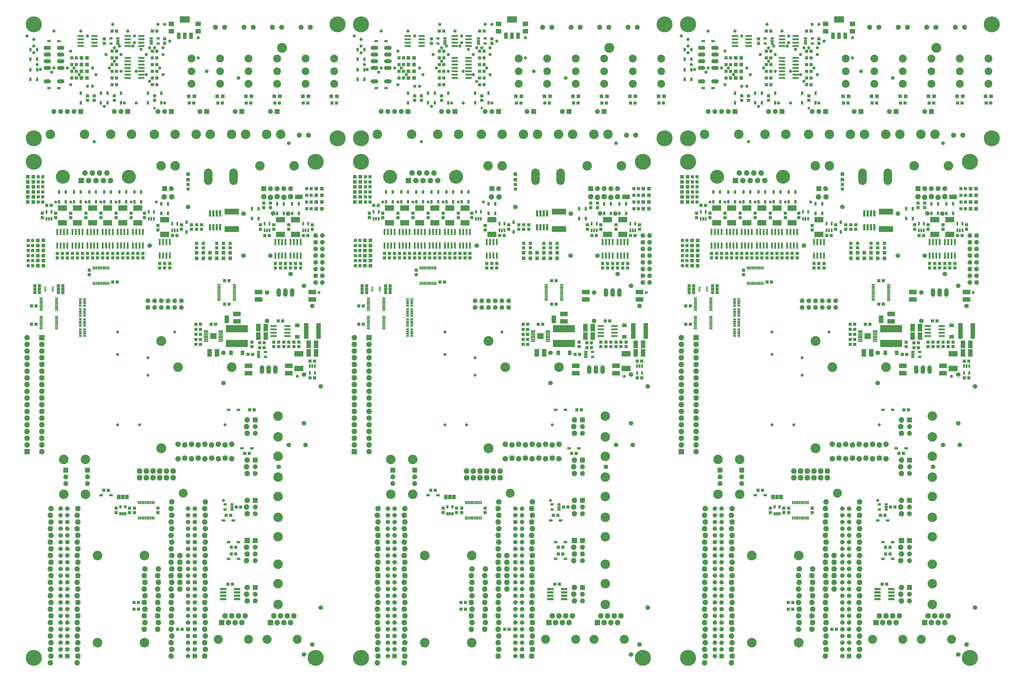
<source format=gts>
G75*
G70*
%OFA0B0*%
%FSLAX25Y25*%
%IPPOS*%
%LPD*%
%AMOC8*
5,1,8,0,0,1.08239X$1,22.5*
%
%ADD10R,0.07200X0.00600*%
%ADD101R,0.04340X0.02770*%
%ADD102R,0.03360X0.01780*%
%ADD111R,0.07100X0.05400*%
%ADD115R,0.02000X0.04700*%
%ADD117C,0.14400*%
%ADD119R,0.09460X0.03160*%
%ADD12C,0.13300*%
%ADD120C,0.05950*%
%ADD123C,0.11750*%
%ADD124C,0.23800*%
%ADD126C,0.14200*%
%ADD13R,0.14970X0.09460*%
%ADD131R,0.06710X0.06710*%
%ADD132C,0.08200*%
%ADD133R,0.03200X0.09500*%
%ADD137R,0.13400X0.07890*%
%ADD138C,0.04760*%
%ADD14R,0.02970X0.05520*%
%ADD140R,0.05600X0.09600*%
%ADD141R,0.06590X0.05800*%
%ADD142C,0.13400*%
%ADD143R,0.07100X0.23240*%
%ADD146C,0.04800*%
%ADD15C,0.05600*%
%ADD151C,0.03900*%
%ADD16R,0.11430X0.07100*%
%ADD20R,0.00600X0.07200*%
%ADD23R,0.05130X0.04740*%
%ADD25R,0.07100X0.11430*%
%ADD31C,0.07300*%
%ADD33R,0.03160X0.09460*%
%ADD34R,0.07300X0.07300*%
%ADD37R,0.09500X0.03200*%
%ADD39R,0.07100X0.01980*%
%ADD40OC8,0.06800*%
%ADD42R,0.05520X0.05520*%
%ADD43R,0.03520X0.04700*%
%ADD44C,0.04600*%
%ADD47R,0.04700X0.03520*%
%ADD49R,0.04740X0.05130*%
%ADD53R,0.07890X0.07100*%
%ADD55R,0.05400X0.07100*%
%ADD56R,0.05800X0.06590*%
%ADD58OC8,0.08200*%
%ADD60R,0.04700X0.02000*%
%ADD64C,0.20800*%
%ADD71R,0.05520X0.03560*%
%ADD72C,0.14800*%
%ADD73C,0.12610*%
%ADD74R,0.21670X0.08670*%
%ADD75C,0.11430*%
%ADD81C,0.06800*%
%ADD82C,0.06710*%
%ADD83R,0.08200X0.08200*%
%ADD84R,0.03560X0.05520*%
%ADD85R,0.09690X0.09060*%
%ADD92R,0.33080X0.11040*%
%ADD96C,0.07490*%
X0030000Y0030000D02*
G75*
%LPD*%
D12*
X0267480Y0290510D03*
D131*
X0285000Y0047500D03*
X0095000Y0047500D03*
D82*
X0095000Y0057500D03*
X0095000Y0067500D03*
X0095000Y0077500D03*
X0095000Y0087500D03*
X0095000Y0097500D03*
X0095000Y0107500D03*
X0095000Y0117500D03*
X0095000Y0127500D03*
X0095000Y0137500D03*
X0095000Y0147500D03*
X0095000Y0157500D03*
X0095000Y0167500D03*
X0095000Y0177500D03*
X0095000Y0187500D03*
X0095000Y0197500D03*
X0095000Y0207500D03*
X0095000Y0217500D03*
X0095000Y0227500D03*
X0095000Y0237500D03*
X0095000Y0247500D03*
X0095000Y0257500D03*
X0095000Y0267500D03*
X0085000Y0267500D03*
X0085000Y0257500D03*
X0085000Y0247500D03*
X0085000Y0237500D03*
X0085000Y0227500D03*
X0085000Y0217500D03*
X0085000Y0207500D03*
X0085000Y0197500D03*
X0085000Y0187500D03*
X0085000Y0177500D03*
X0085000Y0167500D03*
X0085000Y0157500D03*
X0085000Y0147500D03*
X0085000Y0137500D03*
X0085000Y0127500D03*
X0085000Y0117500D03*
X0085000Y0107500D03*
X0085000Y0097500D03*
X0085000Y0087500D03*
X0085000Y0077500D03*
X0085000Y0067500D03*
X0085000Y0057500D03*
X0085000Y0047500D03*
X0275000Y0047500D03*
X0275000Y0057500D03*
X0275000Y0067500D03*
X0275000Y0077500D03*
X0275000Y0087500D03*
X0285000Y0087500D03*
X0285000Y0077500D03*
X0285000Y0067500D03*
X0285000Y0057500D03*
X0285000Y0097500D03*
X0285000Y0107500D03*
X0285000Y0117500D03*
X0285000Y0127500D03*
X0285000Y0137500D03*
X0285000Y0147500D03*
X0285000Y0157500D03*
X0285000Y0167500D03*
X0285000Y0177500D03*
X0285000Y0187500D03*
X0285000Y0197500D03*
X0285000Y0207500D03*
X0285000Y0217500D03*
X0285000Y0227500D03*
X0285000Y0237500D03*
X0285000Y0247500D03*
X0285000Y0257500D03*
X0285000Y0267500D03*
X0275000Y0267500D03*
X0275000Y0257500D03*
X0275000Y0247500D03*
X0275000Y0237500D03*
X0275000Y0227500D03*
X0275000Y0217500D03*
X0275000Y0207500D03*
X0275000Y0197500D03*
X0275000Y0187500D03*
X0275000Y0177500D03*
X0275000Y0167500D03*
X0275000Y0157500D03*
X0275000Y0147500D03*
X0275000Y0137500D03*
X0275000Y0127500D03*
X0275000Y0117500D03*
X0275000Y0107500D03*
X0275000Y0097500D03*
D132*
X0250500Y0097500D03*
X0249500Y0107500D03*
X0250500Y0117500D03*
X0249500Y0127500D03*
X0250500Y0137500D03*
X0249500Y0147500D03*
X0250500Y0157500D03*
X0249500Y0167500D03*
X0250500Y0177500D03*
X0249500Y0187500D03*
X0250500Y0197500D03*
X0249500Y0207500D03*
X0250500Y0217500D03*
X0249500Y0227500D03*
X0250500Y0237500D03*
X0249500Y0247500D03*
X0250500Y0257500D03*
X0249500Y0267500D03*
X0250500Y0277500D03*
X0260000Y0342000D03*
X0270000Y0343000D03*
X0280000Y0342000D03*
X0290000Y0343000D03*
X0300000Y0342000D03*
X0310000Y0343000D03*
X0320000Y0342000D03*
X0330000Y0343000D03*
X0340000Y0342000D03*
X0340000Y0363500D03*
X0330000Y0362500D03*
X0320000Y0363500D03*
X0310000Y0362500D03*
X0300000Y0363500D03*
X0290000Y0362500D03*
X0280000Y0363500D03*
X0270000Y0362500D03*
X0260000Y0363500D03*
X0300500Y0277500D03*
X0299500Y0267500D03*
X0300500Y0257500D03*
X0299500Y0247500D03*
X0300500Y0237500D03*
X0299500Y0227500D03*
X0300500Y0217500D03*
X0299500Y0207500D03*
X0300500Y0197500D03*
X0299500Y0187500D03*
X0300500Y0177500D03*
X0299500Y0167500D03*
X0300500Y0157500D03*
X0299500Y0147500D03*
X0300500Y0137500D03*
X0299500Y0127500D03*
X0300500Y0117500D03*
X0299500Y0107500D03*
X0300500Y0097500D03*
X0299500Y0087500D03*
X0300500Y0077500D03*
X0299500Y0067500D03*
X0300500Y0057500D03*
X0299500Y0047500D03*
X0335000Y0097500D03*
X0340000Y0107500D03*
X0345000Y0097500D03*
X0350000Y0107500D03*
X0355000Y0097500D03*
X0360000Y0107500D03*
X0363000Y0130000D03*
X0362000Y0140000D03*
X0363000Y0150000D03*
X0362000Y0190000D03*
X0363000Y0200000D03*
X0362000Y0210000D03*
X0363000Y0260000D03*
X0362000Y0270000D03*
X0363000Y0280000D03*
X0363000Y0320000D03*
X0362000Y0330000D03*
X0363000Y0340000D03*
X0363000Y0380000D03*
X0362000Y0390000D03*
X0363000Y0400000D03*
X0262500Y0197500D03*
X0262500Y0187500D03*
X0262500Y0177500D03*
X0262500Y0167500D03*
X0262500Y0157500D03*
X0262500Y0147500D03*
X0230500Y0137500D03*
X0229500Y0127500D03*
X0230500Y0117500D03*
X0229500Y0107500D03*
X0230500Y0097500D03*
X0229500Y0087500D03*
X0210500Y0097500D03*
X0209500Y0107500D03*
X0210500Y0117500D03*
X0209500Y0127500D03*
X0210500Y0137500D03*
X0209500Y0147500D03*
X0210500Y0157500D03*
X0209500Y0167500D03*
X0210500Y0177500D03*
X0229500Y0167500D03*
X0230500Y0157500D03*
X0229500Y0147500D03*
X0230500Y0177500D03*
X0249500Y0087500D03*
X0250500Y0077500D03*
X0249500Y0067500D03*
X0250500Y0057500D03*
X0249500Y0047500D03*
X0209500Y0087500D03*
X0110500Y0087500D03*
X0109500Y0077500D03*
X0110500Y0067500D03*
X0109500Y0057500D03*
X0110500Y0047500D03*
X0109500Y0037500D03*
X0109500Y0097500D03*
X0110500Y0107500D03*
X0109500Y0117500D03*
X0110500Y0127500D03*
X0109500Y0137500D03*
X0110500Y0147500D03*
X0109500Y0157500D03*
X0110500Y0167500D03*
X0109500Y0177500D03*
X0110500Y0187500D03*
X0109500Y0197500D03*
X0110500Y0207500D03*
X0109500Y0217500D03*
X0110500Y0227500D03*
X0109500Y0237500D03*
X0110500Y0247500D03*
X0109500Y0257500D03*
X0110500Y0267500D03*
X0070500Y0267500D03*
X0069500Y0257500D03*
X0070500Y0247500D03*
X0069500Y0237500D03*
X0070500Y0227500D03*
X0069500Y0217500D03*
X0070500Y0207500D03*
X0069500Y0197500D03*
X0070500Y0187500D03*
X0069500Y0177500D03*
X0070500Y0167500D03*
X0069500Y0157500D03*
X0070500Y0147500D03*
X0069500Y0137500D03*
X0070500Y0127500D03*
X0069500Y0117500D03*
X0070500Y0107500D03*
X0069500Y0097500D03*
X0070500Y0087500D03*
X0069500Y0077500D03*
X0070500Y0067500D03*
X0069500Y0057500D03*
X0070500Y0047500D03*
X0069500Y0037500D03*
X0057000Y0352500D03*
X0057000Y0362500D03*
X0057000Y0372500D03*
X0057000Y0382500D03*
X0057000Y0392500D03*
X0057000Y0402500D03*
X0057000Y0412500D03*
X0057000Y0422500D03*
X0057000Y0432500D03*
X0057000Y0442500D03*
X0057000Y0452500D03*
X0057000Y0462500D03*
X0057000Y0472500D03*
X0057000Y0482500D03*
X0057000Y0492500D03*
X0057000Y0502500D03*
X0057000Y0512500D03*
X0035000Y0512500D03*
X0035000Y0502500D03*
X0035000Y0492500D03*
X0035000Y0482500D03*
X0035000Y0472500D03*
X0035000Y0462500D03*
X0035000Y0452500D03*
X0035000Y0442500D03*
X0035000Y0432500D03*
X0035000Y0422500D03*
X0035000Y0412500D03*
X0035000Y0402500D03*
X0035000Y0392500D03*
X0035000Y0382500D03*
X0035000Y0372500D03*
X0035000Y0362500D03*
X0035000Y0522500D03*
X0126590Y0756910D03*
X0137500Y0756910D03*
X0148400Y0756910D03*
X0153840Y0768090D03*
X0142930Y0768090D03*
X0132060Y0768090D03*
X0121160Y0768090D03*
X0159310Y0756910D03*
X0239300Y0732500D03*
X0250700Y0732500D03*
X0387500Y0733000D03*
X0397500Y0732000D03*
X0407500Y0733000D03*
X0417500Y0732000D03*
X0427500Y0733000D03*
X0432500Y0107500D03*
X0427500Y0097500D03*
X0422500Y0107500D03*
X0417500Y0097500D03*
X0412500Y0107500D03*
X0407500Y0097500D03*
X0402500Y0107500D03*
X0330000Y0107500D03*
D117*
X0210000Y0067500D03*
X0140000Y0067500D03*
X0140000Y0197500D03*
X0210000Y0197500D03*
X0260000Y0478600D03*
X0340000Y0478600D03*
D124*
X0045000Y0045000D03*
X0465000Y0045000D03*
X0465000Y0785000D03*
X0045000Y0785000D03*
D16*
X0347500Y0558010D03*
X0347500Y0546990D03*
X0380000Y0579490D03*
X0380000Y0590510D03*
X0365000Y0480510D03*
X0365000Y0469490D03*
X0425000Y0469490D03*
X0425000Y0480510D03*
X0460000Y0579490D03*
X0460000Y0590510D03*
D119*
X0422730Y0540000D03*
X0422730Y0535000D03*
X0422730Y0530000D03*
X0422730Y0525000D03*
X0402260Y0525000D03*
X0402260Y0530000D03*
X0402260Y0535000D03*
X0402260Y0540000D03*
D23*
X0409150Y0547500D03*
X0415840Y0547500D03*
X0417500Y0515850D03*
X0417500Y0509150D03*
X0432500Y0509150D03*
X0432500Y0515850D03*
X0440000Y0515850D03*
X0440000Y0509150D03*
X0456650Y0462500D03*
X0463340Y0462500D03*
X0388340Y0507500D03*
X0388340Y0515000D03*
X0381650Y0515000D03*
X0381650Y0507500D03*
X0370000Y0509150D03*
X0370000Y0515850D03*
X0335840Y0572500D03*
X0329150Y0572500D03*
X0315840Y0542500D03*
X0309150Y0542500D03*
X0293340Y0542500D03*
X0286650Y0542500D03*
X0329150Y0607500D03*
X0335840Y0607500D03*
X0337500Y0656650D03*
X0337500Y0663350D03*
X0327500Y0663350D03*
X0327500Y0656650D03*
X0317500Y0656650D03*
X0317500Y0663350D03*
X0297500Y0663350D03*
X0297500Y0656650D03*
X0287500Y0656650D03*
X0287500Y0663350D03*
X0287500Y0684150D03*
X0287500Y0690850D03*
X0295000Y0690850D03*
X0295000Y0684150D03*
X0280000Y0684150D03*
X0280000Y0690850D03*
X0275000Y0744150D03*
X0275000Y0750850D03*
X0230000Y0689850D03*
X0230000Y0683150D03*
X0210000Y0701650D03*
X0210000Y0708350D03*
X0190000Y0708350D03*
X0190000Y0701650D03*
X0167500Y0701650D03*
X0167500Y0708350D03*
X0145000Y0708350D03*
X0145000Y0701650D03*
X0122500Y0701650D03*
X0122500Y0708350D03*
X0100000Y0708350D03*
X0100000Y0701650D03*
X0077500Y0701650D03*
X0077500Y0708350D03*
X0070840Y0720000D03*
X0064150Y0720000D03*
X0057500Y0708350D03*
X0057500Y0701650D03*
X0080000Y0648350D03*
X0080000Y0641650D03*
X0087500Y0641650D03*
X0087500Y0648350D03*
X0095000Y0648350D03*
X0095000Y0641650D03*
X0102500Y0641650D03*
X0102500Y0648350D03*
X0110000Y0648350D03*
X0110000Y0641650D03*
X0117500Y0641650D03*
X0117500Y0648350D03*
X0125000Y0648350D03*
X0125000Y0641650D03*
X0132500Y0641650D03*
X0132500Y0648350D03*
X0140000Y0648350D03*
X0140000Y0641650D03*
X0147500Y0641650D03*
X0147500Y0648350D03*
X0155000Y0648350D03*
X0155000Y0641650D03*
X0162500Y0641650D03*
X0162500Y0648350D03*
X0170000Y0648350D03*
X0170000Y0641650D03*
X0177500Y0641650D03*
X0177500Y0648350D03*
X0185000Y0648350D03*
X0185000Y0641650D03*
X0192500Y0641650D03*
X0192500Y0648350D03*
X0200000Y0648350D03*
X0200000Y0641650D03*
X0207500Y0641650D03*
X0207500Y0648350D03*
X0232500Y0633350D03*
X0232500Y0626650D03*
X0240000Y0626650D03*
X0240000Y0633350D03*
X0247500Y0633350D03*
X0247500Y0626650D03*
X0169340Y0605500D03*
X0162650Y0605500D03*
X0088340Y0595000D03*
X0081650Y0595000D03*
X0053340Y0595000D03*
X0046650Y0595000D03*
X0048340Y0570000D03*
X0041650Y0570000D03*
X0041650Y0542500D03*
X0048340Y0542500D03*
X0187500Y0268350D03*
X0187500Y0261650D03*
X0331650Y0257500D03*
X0338340Y0257500D03*
X0340840Y0155000D03*
X0334150Y0155000D03*
X0405000Y0626650D03*
X0405000Y0633350D03*
X0412500Y0633350D03*
X0412500Y0626650D03*
X0420000Y0626650D03*
X0420000Y0633350D03*
X0427500Y0633350D03*
X0427500Y0626650D03*
X0435000Y0626650D03*
X0435000Y0633350D03*
X0442500Y0633350D03*
X0442500Y0626650D03*
X0425000Y0684150D03*
X0425000Y0690850D03*
X0402500Y0690850D03*
X0402500Y0684150D03*
X0397500Y0716650D03*
X0397500Y0723350D03*
X0387500Y0723350D03*
X0387500Y0716650D03*
D49*
X0382500Y0690850D03*
X0382500Y0684150D03*
X0389150Y0675000D03*
X0395840Y0675000D03*
X0446650Y0675000D03*
X0453340Y0675000D03*
X0460000Y0684150D03*
X0460000Y0690850D03*
X0458340Y0715000D03*
X0458340Y0725000D03*
X0458340Y0735000D03*
X0458340Y0745000D03*
X0451650Y0745000D03*
X0451650Y0735000D03*
X0451650Y0725000D03*
X0451650Y0715000D03*
X0425000Y0515850D03*
X0425000Y0509150D03*
X0410000Y0509150D03*
X0410000Y0515850D03*
X0402500Y0515850D03*
X0402500Y0509150D03*
X0370840Y0497500D03*
X0364150Y0497500D03*
X0366650Y0415000D03*
X0373340Y0415000D03*
X0365840Y0350000D03*
X0359150Y0350000D03*
X0353340Y0270000D03*
X0346650Y0270000D03*
X0345840Y0210000D03*
X0339150Y0210000D03*
X0339150Y0200000D03*
X0345840Y0200000D03*
X0265840Y0087500D03*
X0259150Y0087500D03*
X0200840Y0117500D03*
X0200840Y0127500D03*
X0194150Y0127500D03*
X0194150Y0117500D03*
X0195000Y0261650D03*
X0195000Y0268350D03*
X0167500Y0268350D03*
X0167500Y0261650D03*
X0155840Y0295000D03*
X0149150Y0295000D03*
X0230000Y0268350D03*
X0230000Y0261650D03*
X0286650Y0512500D03*
X0293340Y0512500D03*
X0293340Y0520000D03*
X0286650Y0520000D03*
X0286650Y0527500D03*
X0293340Y0527500D03*
X0293340Y0535000D03*
X0286650Y0535000D03*
X0258340Y0675000D03*
X0251650Y0675000D03*
X0265000Y0684150D03*
X0265000Y0690850D03*
X0127500Y0623350D03*
X0127500Y0616650D03*
X0088340Y0600000D03*
X0088340Y0590000D03*
X0081650Y0590000D03*
X0081650Y0600000D03*
X0053340Y0600000D03*
X0053340Y0590000D03*
X0046650Y0590000D03*
X0046650Y0600000D03*
X0043340Y0630000D03*
X0043340Y0637500D03*
X0043340Y0645000D03*
X0043340Y0652500D03*
X0043340Y0660000D03*
X0043340Y0667500D03*
X0036650Y0667500D03*
X0036650Y0660000D03*
X0036650Y0652500D03*
X0036650Y0645000D03*
X0036650Y0637500D03*
X0036650Y0630000D03*
X0051650Y0725000D03*
X0051650Y0732500D03*
X0051650Y0740000D03*
X0051650Y0747500D03*
X0051650Y0755000D03*
X0051650Y0762500D03*
X0058340Y0762500D03*
X0058340Y0755000D03*
X0058340Y0747500D03*
X0058340Y0740000D03*
X0058340Y0732500D03*
X0058340Y0725000D03*
X0456650Y0487500D03*
X0463340Y0487500D03*
D141*
X0437500Y0524040D03*
X0437500Y0540960D03*
D25*
X0454480Y0512500D03*
X0454480Y0500000D03*
X0465510Y0500000D03*
X0465510Y0512500D03*
X0390510Y0525000D03*
X0379480Y0525000D03*
X0379480Y0537500D03*
X0390510Y0537500D03*
X0318010Y0500000D03*
X0306980Y0500000D03*
D143*
X0450740Y0532500D03*
X0469250Y0532500D03*
D42*
X0465860Y0715000D03*
X0465860Y0725000D03*
X0465860Y0735000D03*
X0465860Y0745000D03*
X0474130Y0745000D03*
X0474130Y0735000D03*
X0474130Y0725000D03*
X0474130Y0715000D03*
X0337500Y0649130D03*
X0337500Y0640870D03*
X0327500Y0640870D03*
X0327500Y0649130D03*
X0317500Y0649130D03*
X0317500Y0640870D03*
X0307500Y0640870D03*
X0307500Y0649130D03*
X0297500Y0649130D03*
X0297500Y0640870D03*
X0287500Y0640870D03*
X0287500Y0649130D03*
X0275000Y0758370D03*
X0275000Y0766630D03*
X0059130Y0667500D03*
X0059130Y0660000D03*
X0059130Y0652500D03*
X0059130Y0645000D03*
X0059130Y0637500D03*
X0059130Y0630000D03*
X0050860Y0630000D03*
X0050860Y0637500D03*
X0050860Y0645000D03*
X0050860Y0652500D03*
X0050860Y0660000D03*
X0050860Y0667500D03*
X0044130Y0725000D03*
X0044130Y0732500D03*
X0044130Y0740000D03*
X0044130Y0747500D03*
X0044130Y0755000D03*
X0044130Y0762500D03*
X0035860Y0762500D03*
X0035860Y0755000D03*
X0035860Y0747500D03*
X0035860Y0740000D03*
X0035860Y0732500D03*
X0035860Y0725000D03*
D33*
X0080000Y0680240D03*
X0085000Y0680240D03*
X0090000Y0680240D03*
X0095000Y0680240D03*
X0102500Y0680240D03*
X0107500Y0680240D03*
X0112500Y0680240D03*
X0117500Y0680240D03*
X0125000Y0680240D03*
X0130000Y0680240D03*
X0135000Y0680240D03*
X0140000Y0680240D03*
X0147500Y0680240D03*
X0152500Y0680240D03*
X0157500Y0680240D03*
X0162500Y0680240D03*
X0170000Y0680240D03*
X0175000Y0680240D03*
X0180000Y0680240D03*
X0185000Y0680240D03*
X0192500Y0680240D03*
X0197500Y0680240D03*
X0202500Y0680240D03*
X0207500Y0680240D03*
X0207500Y0659760D03*
X0202500Y0659760D03*
X0197500Y0659760D03*
X0192500Y0659760D03*
X0185000Y0659760D03*
X0180000Y0659760D03*
X0175000Y0659760D03*
X0170000Y0659760D03*
X0162500Y0659760D03*
X0157500Y0659760D03*
X0152500Y0659760D03*
X0147500Y0659760D03*
X0140000Y0659760D03*
X0135000Y0659760D03*
X0130000Y0659760D03*
X0125000Y0659760D03*
X0117500Y0659760D03*
X0112500Y0659760D03*
X0107500Y0659760D03*
X0102500Y0659760D03*
X0095000Y0659760D03*
X0090000Y0659760D03*
X0085000Y0659760D03*
X0080000Y0659760D03*
X0232500Y0665240D03*
X0237500Y0665240D03*
X0242500Y0665240D03*
X0247500Y0665240D03*
X0247500Y0644760D03*
X0242500Y0644760D03*
X0237500Y0644760D03*
X0232500Y0644760D03*
X0405000Y0644760D03*
X0410000Y0644760D03*
X0415000Y0644760D03*
X0420000Y0644760D03*
X0427500Y0644760D03*
X0432500Y0644760D03*
X0437500Y0644760D03*
X0442500Y0644760D03*
X0442500Y0665240D03*
X0437500Y0665240D03*
X0432500Y0665240D03*
X0427500Y0665240D03*
X0420000Y0665240D03*
X0415000Y0665240D03*
X0410000Y0665240D03*
X0405000Y0665240D03*
D83*
X0363000Y0220000D03*
X0397500Y0097500D03*
X0325000Y0097500D03*
X0057000Y0522500D03*
X0035000Y0352500D03*
X0115690Y0756910D03*
D64*
X0088280Y0762500D03*
X0186710Y0762500D03*
D137*
X0177500Y0716020D03*
X0177500Y0693980D03*
X0155000Y0693980D03*
X0155000Y0716020D03*
X0132500Y0716020D03*
X0132500Y0693980D03*
X0110000Y0693980D03*
X0110000Y0716020D03*
X0087500Y0716020D03*
X0087500Y0693980D03*
X0200000Y0693980D03*
X0200000Y0716020D03*
X0240000Y0698520D03*
X0240000Y0676480D03*
X0412500Y0676480D03*
X0412500Y0698520D03*
X0435000Y0698520D03*
X0435000Y0676480D03*
X0440000Y0498520D03*
X0440000Y0476480D03*
D14*
X0456260Y0480120D03*
X0460000Y0480120D03*
X0463740Y0480120D03*
X0463740Y0469880D03*
X0456260Y0469880D03*
X0453740Y0682380D03*
X0450000Y0682380D03*
X0446260Y0682380D03*
X0446260Y0692620D03*
X0453740Y0692620D03*
X0396240Y0692620D03*
X0388760Y0692620D03*
X0388760Y0682380D03*
X0392500Y0682380D03*
X0396240Y0682380D03*
X0258740Y0682380D03*
X0255000Y0682380D03*
X0251260Y0682380D03*
X0251260Y0692620D03*
X0258740Y0692620D03*
X0223740Y0699880D03*
X0220000Y0699880D03*
X0216260Y0699880D03*
X0216260Y0710120D03*
X0223740Y0710120D03*
X0071240Y0710120D03*
X0063760Y0710120D03*
X0063760Y0699880D03*
X0067500Y0699880D03*
X0071240Y0699880D03*
D115*
X0133480Y0626490D03*
X0136040Y0626490D03*
X0138600Y0626490D03*
X0141160Y0626490D03*
X0143720Y0626490D03*
X0146280Y0626490D03*
X0148840Y0626490D03*
X0151390Y0626490D03*
X0153950Y0626490D03*
X0156510Y0626490D03*
X0156510Y0603510D03*
X0153950Y0603510D03*
X0151390Y0603510D03*
X0148840Y0603510D03*
X0146280Y0603510D03*
X0143720Y0603510D03*
X0141160Y0603510D03*
X0138600Y0603510D03*
X0136040Y0603510D03*
X0133480Y0603510D03*
X0200980Y0276490D03*
X0203540Y0276490D03*
X0206100Y0276490D03*
X0208660Y0276490D03*
X0211220Y0276490D03*
X0213780Y0276490D03*
X0216340Y0276490D03*
X0218890Y0276490D03*
X0221450Y0276490D03*
X0224010Y0276490D03*
X0224010Y0253510D03*
X0221450Y0253510D03*
X0218890Y0253510D03*
X0216340Y0253510D03*
X0213780Y0253510D03*
X0211220Y0253510D03*
X0208660Y0253510D03*
X0206100Y0253510D03*
X0203540Y0253510D03*
X0200980Y0253510D03*
D60*
X0078980Y0536040D03*
X0078980Y0538600D03*
X0078980Y0541160D03*
X0078980Y0543720D03*
X0078980Y0546280D03*
X0078980Y0548840D03*
X0078980Y0551400D03*
X0078980Y0553960D03*
X0078980Y0563540D03*
X0078980Y0566100D03*
X0078980Y0568660D03*
X0078980Y0571220D03*
X0078980Y0573780D03*
X0078980Y0576340D03*
X0078980Y0578900D03*
X0078980Y0581460D03*
X0056010Y0581460D03*
X0056010Y0578900D03*
X0056010Y0576340D03*
X0056010Y0573780D03*
X0056010Y0571220D03*
X0056010Y0568660D03*
X0056010Y0566100D03*
X0056010Y0563540D03*
X0056010Y0553960D03*
X0056010Y0551400D03*
X0056010Y0548840D03*
X0056010Y0546280D03*
X0056010Y0543720D03*
X0056010Y0541160D03*
X0056010Y0538600D03*
X0056010Y0536040D03*
X0321010Y0578480D03*
X0321010Y0581040D03*
X0321010Y0583600D03*
X0321010Y0586160D03*
X0321010Y0588720D03*
X0321010Y0591280D03*
X0321010Y0593840D03*
X0321010Y0596400D03*
X0321010Y0598960D03*
X0321010Y0601520D03*
X0343980Y0601520D03*
X0343980Y0598960D03*
X0343980Y0596400D03*
X0343980Y0593840D03*
X0343980Y0591280D03*
X0343980Y0588720D03*
X0343980Y0586160D03*
X0343980Y0583600D03*
X0343980Y0581040D03*
X0343980Y0578480D03*
D34*
X0387500Y0745000D03*
X0240000Y0745000D03*
X0375000Y0400000D03*
X0375000Y0340000D03*
X0375000Y0280000D03*
X0375000Y0220000D03*
X0375000Y0150000D03*
X0125000Y0325000D03*
X0092500Y0325000D03*
D31*
X0092500Y0315000D03*
X0092500Y0305000D03*
X0125000Y0305000D03*
X0125000Y0315000D03*
X0375000Y0320000D03*
X0375000Y0330000D03*
X0375000Y0380000D03*
X0375000Y0390000D03*
X0375000Y0270000D03*
X0375000Y0260000D03*
X0375000Y0210000D03*
X0375000Y0200000D03*
X0375000Y0190000D03*
X0375000Y0140000D03*
X0375000Y0130000D03*
X0397500Y0745000D03*
X0407500Y0745000D03*
X0417500Y0745000D03*
X0427500Y0745000D03*
X0250000Y0745000D03*
D126*
X0255500Y0779000D03*
X0234500Y0779000D03*
X0382000Y0779000D03*
X0433000Y0779000D03*
X0409000Y0405500D03*
X0409000Y0374500D03*
X0409000Y0345500D03*
X0409000Y0314500D03*
X0409000Y0285500D03*
X0409000Y0254500D03*
X0409000Y0225500D03*
X0409000Y0184500D03*
X0409000Y0155500D03*
X0409000Y0124500D03*
X0122000Y0289000D03*
X0089500Y0289000D03*
X0089500Y0341000D03*
X0122000Y0341000D03*
D40*
X0215000Y0567500D03*
X0225000Y0567500D03*
X0235000Y0567500D03*
X0245000Y0567500D03*
X0255000Y0567500D03*
X0265000Y0567500D03*
X0265000Y0577500D03*
X0255000Y0577500D03*
X0245000Y0577500D03*
X0235000Y0577500D03*
X0225000Y0577500D03*
X0215000Y0577500D03*
X0465000Y0605000D03*
X0465000Y0615000D03*
X0465000Y0625000D03*
X0465000Y0635000D03*
X0465000Y0645000D03*
X0475000Y0645000D03*
X0475000Y0635000D03*
X0475000Y0625000D03*
X0475000Y0615000D03*
X0475000Y0605000D03*
X0475000Y0655000D03*
X0475000Y0665000D03*
X0475000Y0675000D03*
X0465000Y0675000D03*
X0465000Y0665000D03*
X0465000Y0655000D03*
D73*
X0342500Y0756590D02*
X0342500Y0768410D01*
X0305000Y0768410D02*
X0305000Y0756590D01*
D72*
X0235000Y0517500D03*
X0235000Y0357500D03*
D84*
X0272500Y0680220D03*
X0272500Y0694780D03*
X0245000Y0707720D03*
X0245000Y0722280D03*
X0235000Y0722280D03*
X0235000Y0707720D03*
X0205000Y0725220D03*
X0205000Y0739780D03*
X0195000Y0739780D03*
X0195000Y0725220D03*
X0182500Y0725220D03*
X0182500Y0739780D03*
X0172500Y0739780D03*
X0172500Y0725220D03*
X0160000Y0725220D03*
X0160000Y0739780D03*
X0150000Y0739780D03*
X0150000Y0725220D03*
X0137500Y0725220D03*
X0137500Y0739780D03*
X0127500Y0739780D03*
X0127500Y0725220D03*
X0115000Y0725220D03*
X0115000Y0739780D03*
X0105000Y0739780D03*
X0105000Y0725220D03*
X0092500Y0725220D03*
X0092500Y0739780D03*
X0082500Y0739780D03*
X0082500Y0725220D03*
X0370000Y0714780D03*
X0380000Y0714780D03*
X0380000Y0700220D03*
X0370000Y0700220D03*
X0407500Y0707720D03*
X0407500Y0722280D03*
X0417500Y0722280D03*
X0417500Y0707720D03*
X0430000Y0707720D03*
X0430000Y0722280D03*
X0440000Y0722280D03*
X0440000Y0707720D03*
D102*
X0073210Y0597950D03*
X0073210Y0595980D03*
X0073210Y0594020D03*
X0073210Y0592050D03*
X0061790Y0592050D03*
X0061790Y0594020D03*
X0061790Y0595980D03*
X0061790Y0597950D03*
D47*
X0329880Y0273740D03*
X0329880Y0266260D03*
X0340080Y0266260D03*
X0340080Y0270000D03*
X0340080Y0273740D03*
X0379920Y0493760D03*
X0379920Y0497500D03*
X0379920Y0501240D03*
X0390110Y0501240D03*
X0390110Y0493760D03*
D142*
X0392500Y0072500D03*
X0365000Y0072500D03*
X0320000Y0072500D03*
X0437500Y0072500D03*
D39*
X0323520Y0517320D03*
X0323520Y0519880D03*
X0323520Y0522440D03*
X0323520Y0525000D03*
X0323520Y0527560D03*
X0323520Y0530120D03*
X0323520Y0532680D03*
X0301470Y0532680D03*
X0301470Y0530120D03*
X0301470Y0527560D03*
X0301470Y0525000D03*
X0301470Y0522440D03*
X0301470Y0519880D03*
X0301470Y0517320D03*
D85*
X0312500Y0525000D03*
D56*
X0339030Y0500000D03*
X0355960Y0500000D03*
D92*
X0347500Y0513980D03*
X0347500Y0536020D03*
D58*
X0252500Y0323500D03*
X0252500Y0313500D03*
X0242500Y0313500D03*
X0242500Y0323500D03*
X0232500Y0323500D03*
X0232500Y0313500D03*
X0222500Y0313500D03*
X0222500Y0323500D03*
X0212500Y0323500D03*
X0212500Y0313500D03*
X0202500Y0313500D03*
X0202500Y0323500D03*
D37*
X0327200Y0147500D03*
X0327200Y0142500D03*
X0327200Y0137500D03*
X0327200Y0132500D03*
X0347800Y0132500D03*
X0347800Y0137500D03*
X0347800Y0142500D03*
X0347800Y0147500D03*
D43*
X0181240Y0259920D03*
X0177500Y0259920D03*
X0173760Y0259920D03*
X0173760Y0270120D03*
X0181240Y0270120D03*
D55*
X0183500Y0285000D03*
X0177500Y0285000D03*
X0171500Y0285000D03*
X0437000Y0732500D03*
X0443000Y0732500D03*
D71*
X0349780Y0415000D03*
X0335210Y0415000D03*
X0355210Y0357500D03*
X0369780Y0357500D03*
X0342280Y0250000D03*
X0327710Y0250000D03*
X0335210Y0217500D03*
X0349780Y0217500D03*
X0349780Y0192500D03*
X0335210Y0192500D03*
X0159780Y0287500D03*
X0145210Y0287500D03*
D111*
X0332500Y0547000D03*
X0332500Y0553000D03*
D10*
X0332500Y0550000D03*
D20*
X0440000Y0732500D03*
D133*
X0322500Y0707800D03*
X0317500Y0707800D03*
X0312500Y0707800D03*
X0307500Y0707800D03*
X0307500Y0687200D03*
X0312500Y0687200D03*
X0317500Y0687200D03*
X0322500Y0687200D03*
D74*
X0340000Y0684510D03*
X0340000Y0710490D03*
D101*
X0120650Y0579720D03*
X0120650Y0576570D03*
X0120650Y0573430D03*
X0120650Y0570280D03*
X0120650Y0564720D03*
X0120650Y0561570D03*
X0120650Y0558430D03*
X0120650Y0555280D03*
X0120650Y0549720D03*
X0120650Y0546570D03*
X0120650Y0543430D03*
X0120650Y0540280D03*
X0120650Y0534720D03*
X0120650Y0531570D03*
X0120650Y0528430D03*
X0120650Y0525280D03*
X0114350Y0525280D03*
X0114350Y0528430D03*
X0114350Y0531570D03*
X0114350Y0534720D03*
X0114350Y0540280D03*
X0114350Y0543430D03*
X0114350Y0546570D03*
X0114350Y0549720D03*
X0114350Y0555280D03*
X0114350Y0558430D03*
X0114350Y0561570D03*
X0114350Y0564720D03*
X0114350Y0570280D03*
X0114350Y0573430D03*
X0114350Y0576570D03*
X0114350Y0579720D03*
D81*
X0385000Y0478000D02*
X0385000Y0472000D01*
X0395000Y0472000D02*
X0395000Y0478000D01*
X0405000Y0478000D02*
X0405000Y0472000D01*
X0410000Y0587000D02*
X0410000Y0593000D01*
X0420000Y0593000D02*
X0420000Y0587000D01*
X0430000Y0587000D02*
X0430000Y0593000D01*
D81*
X0447500Y0600000D03*
X0427500Y0617500D03*
X0397500Y0645000D03*
X0392500Y0590000D03*
X0392500Y0547500D03*
X0447500Y0467500D03*
X0472500Y0450000D03*
X0447500Y0395000D03*
X0450000Y0362500D03*
X0425000Y0362500D03*
X0410000Y0330000D03*
X0327500Y0455000D03*
X0327500Y0500000D03*
X0357500Y0645000D03*
X0357710Y0707500D03*
X0401500Y0707720D03*
X0424000Y0707500D03*
X0460000Y0570000D03*
X0275000Y0717500D03*
X0217500Y0660000D03*
X0472500Y0120000D03*
X0460000Y0065000D03*
X0447500Y0050000D03*
D44*
X0327500Y0280000D03*
X0330000Y0392500D03*
X0255000Y0531000D03*
X0215000Y0492500D03*
X0215000Y0466650D03*
X0170000Y0497500D03*
X0170000Y0531000D03*
X0170000Y0392500D03*
X0202500Y0392500D03*
X0190000Y0725000D03*
X0167500Y0725000D03*
X0145000Y0725000D03*
X0122500Y0725000D03*
X0100000Y0725000D03*
X0077500Y0725000D03*
X0227500Y0725000D03*
X0437500Y0465000D03*
X0470000Y0590000D03*
X0030000Y0805000D02*
G75*
%LPD*%
D119*
X0184760Y0910000D03*
X0184760Y0915000D03*
X0184760Y0920000D03*
X0184760Y0925000D03*
X0184760Y0930000D03*
X0184760Y0935000D03*
X0184760Y0940000D03*
X0205240Y0940000D03*
X0205240Y0935000D03*
X0205240Y0930000D03*
X0205240Y0925000D03*
X0205240Y0920000D03*
X0205240Y0915000D03*
X0205240Y0910000D03*
X0205240Y0957500D03*
X0205240Y0962500D03*
X0205240Y0967500D03*
X0205240Y0972500D03*
X0184760Y0972500D03*
X0184760Y0967500D03*
X0184760Y0962500D03*
X0184760Y0957500D03*
X0135240Y0957500D03*
X0135240Y0962500D03*
X0135240Y0967500D03*
X0135240Y0972500D03*
X0114760Y0972500D03*
X0114760Y0967500D03*
X0114760Y0962500D03*
X0114760Y0957500D03*
D47*
X0159880Y0961260D03*
X0170080Y0961260D03*
X0170080Y0965000D03*
X0170080Y0968740D03*
X0159880Y0968740D03*
X0219920Y0968740D03*
X0219920Y0965000D03*
X0219920Y0961260D03*
X0230120Y0961260D03*
X0230120Y0968740D03*
D49*
X0228350Y0940000D03*
X0221650Y0940000D03*
X0221650Y0920000D03*
X0228350Y0920000D03*
X0228350Y0910000D03*
X0221650Y0910000D03*
X0168350Y0910000D03*
X0161650Y0910000D03*
X0161650Y0920000D03*
X0168350Y0920000D03*
X0168350Y0940000D03*
X0161650Y0940000D03*
X0108350Y0940000D03*
X0101650Y0940000D03*
X0101650Y0930000D03*
X0108350Y0930000D03*
X0108350Y0920000D03*
X0101650Y0920000D03*
X0101650Y0910000D03*
X0108350Y0910000D03*
X0276650Y0872500D03*
X0283350Y0872500D03*
X0319150Y0872500D03*
X0325850Y0872500D03*
X0361650Y0872500D03*
X0368350Y0872500D03*
X0404150Y0872500D03*
X0410850Y0872500D03*
X0446650Y0872500D03*
X0453350Y0872500D03*
X0489150Y0872500D03*
X0495850Y0872500D03*
D23*
X0240000Y0961650D03*
X0240000Y0968350D03*
X0228350Y0980000D03*
X0221650Y0980000D03*
X0168350Y0980000D03*
X0161650Y0980000D03*
X0150000Y0968350D03*
X0150000Y0961650D03*
X0161650Y0950000D03*
X0168350Y0950000D03*
X0168350Y0930000D03*
X0161650Y0930000D03*
X0221650Y0930000D03*
X0228350Y0930000D03*
X0228350Y0950000D03*
X0221650Y0950000D03*
X0221650Y0900000D03*
X0228350Y0900000D03*
X0225000Y0883350D03*
X0225000Y0876650D03*
X0168350Y0900000D03*
X0161650Y0900000D03*
X0165000Y0883350D03*
X0165000Y0876650D03*
X0135000Y0876650D03*
X0125000Y0876650D03*
X0125000Y0883350D03*
X0135000Y0883350D03*
D34*
X0115000Y0860000D03*
X0185000Y0860000D03*
X0250000Y0860000D03*
X0302500Y0860000D03*
X0355000Y0860000D03*
X0407500Y0860000D03*
D31*
X0397500Y0860000D03*
X0345000Y0860000D03*
X0292500Y0860000D03*
X0240000Y0860000D03*
X0230000Y0860000D03*
X0175000Y0860000D03*
X0165000Y0860000D03*
X0105000Y0860000D03*
X0095000Y0860000D03*
X0085000Y0860000D03*
X0075000Y0860000D03*
D126*
X0069500Y0826000D03*
X0120500Y0826000D03*
X0159500Y0826000D03*
X0190500Y0826000D03*
X0224500Y0826000D03*
X0255500Y0826000D03*
X0287000Y0826000D03*
X0308000Y0826000D03*
X0339500Y0826000D03*
X0360500Y0826000D03*
X0392000Y0826000D03*
X0413000Y0826000D03*
D84*
X0235000Y0872720D03*
X0215000Y0872720D03*
X0215000Y0887280D03*
X0235000Y0887280D03*
X0175000Y0887280D03*
X0155000Y0887280D03*
X0145000Y0887280D03*
X0115000Y0887280D03*
X0115000Y0872720D03*
X0145000Y0872720D03*
X0155000Y0872720D03*
X0175000Y0872720D03*
X0050000Y0907720D03*
X0040000Y0907720D03*
X0040000Y0922280D03*
X0050000Y0922280D03*
X0050000Y0937720D03*
X0040000Y0937720D03*
X0040000Y0952280D03*
X0050000Y0952280D03*
D120*
X0062430Y0955000D02*
X0067570Y0955000D01*
X0082430Y0955000D02*
X0087570Y0955000D01*
X0087570Y0945000D02*
X0082430Y0945000D01*
X0067570Y0945000D02*
X0062430Y0945000D01*
X0062430Y0935000D02*
X0067570Y0935000D01*
X0082430Y0935000D02*
X0087570Y0935000D01*
X0087570Y0925000D02*
X0082430Y0925000D01*
X0067570Y0925000D02*
X0062430Y0925000D01*
X0062430Y0905000D02*
X0067570Y0905000D01*
X0082430Y0905000D02*
X0087570Y0905000D01*
D71*
X0082280Y0895000D03*
X0067720Y0895000D03*
X0067720Y0965000D03*
X0082280Y0965000D03*
D42*
X0115870Y0940000D03*
X0124130Y0940000D03*
X0124130Y0930000D03*
X0115870Y0930000D03*
X0115870Y0920000D03*
X0124130Y0920000D03*
X0124130Y0910000D03*
X0115870Y0910000D03*
X0275870Y0882500D03*
X0284130Y0882500D03*
X0318370Y0882500D03*
X0326630Y0882500D03*
X0360870Y0882500D03*
X0369130Y0882500D03*
X0403370Y0882500D03*
X0411630Y0882500D03*
X0445870Y0882500D03*
X0454130Y0882500D03*
X0488370Y0882500D03*
X0496630Y0882500D03*
D140*
X0279100Y0972800D03*
X0270000Y0972800D03*
X0260900Y0972800D03*
D13*
X0270000Y0997200D03*
D53*
X0250000Y0990510D03*
X0250000Y0979490D03*
X0290000Y0979490D03*
X0290000Y0990510D03*
D96*
X0315610Y0985390D03*
X0329390Y0985390D03*
X0358110Y0985390D03*
X0371890Y0985390D03*
X0400610Y0985390D03*
X0414390Y0985390D03*
X0443110Y0985390D03*
X0456890Y0985390D03*
X0454390Y0824610D03*
X0440610Y0824610D03*
D124*
X0045000Y0820000D03*
X0045000Y0990000D03*
X0497500Y0990000D03*
X0497500Y0820000D03*
D75*
X0492500Y0920000D03*
X0450000Y0920000D03*
X0407500Y0920000D03*
X0365000Y0920000D03*
X0322500Y0920000D03*
X0280000Y0920000D03*
D123*
X0280000Y0901100D03*
X0322500Y0901100D03*
X0365000Y0901100D03*
X0407500Y0901100D03*
X0450000Y0901100D03*
X0492500Y0901100D03*
X0492500Y0938900D03*
X0450000Y0938900D03*
X0407500Y0938900D03*
X0365000Y0938900D03*
X0322500Y0938900D03*
X0280000Y0938900D03*
D138*
X0237500Y0945000D03*
X0237500Y0955000D03*
X0225000Y0955000D03*
X0217500Y0955000D03*
X0205000Y0952500D03*
X0192500Y0957500D03*
X0195000Y0962500D03*
X0195000Y0972500D03*
X0185000Y0980000D03*
X0162500Y0990000D03*
X0125000Y0972500D03*
X0115000Y0980000D03*
X0075000Y0980000D03*
X0045000Y0967500D03*
X0035000Y0972500D03*
X0045000Y0957500D03*
X0045000Y0947500D03*
X0050000Y0930000D03*
X0054500Y0922500D03*
X0071500Y0918500D03*
X0075000Y0925000D03*
X0095000Y0925000D03*
X0105000Y0925000D03*
X0112500Y0915000D03*
X0132500Y0925000D03*
X0137500Y0915000D03*
X0157500Y0925000D03*
X0175000Y0920000D03*
X0197500Y0920000D03*
X0212500Y0915000D03*
X0217500Y0905000D03*
X0237500Y0915000D03*
X0232500Y0925000D03*
X0212500Y0945000D03*
X0175000Y0945000D03*
X0152500Y0945000D03*
X0165000Y0935000D03*
X0165000Y0955000D03*
X0172500Y0957500D03*
X0100000Y0950000D03*
X0100000Y0900000D03*
X0125000Y0897500D03*
X0132500Y0897500D03*
X0180000Y0872500D03*
X0197500Y0872500D03*
X0240000Y0872500D03*
X0150000Y0867500D03*
X0135000Y0815000D03*
X0247500Y0965000D03*
X0240000Y0990000D03*
X0230000Y0990000D03*
D146*
X0290000Y0970000D03*
X0290000Y0940000D03*
D72*
X0415000Y0955000D03*
D15*
X0350000Y0910000D03*
X0302500Y0920000D03*
X0425000Y0812500D03*
D151*
X0225000Y0865000D03*
X0517500Y0030000D02*
G75*
%LPD*%
D12*
X0754980Y0290510D03*
D131*
X0772500Y0047500D03*
X0582500Y0047500D03*
D82*
X0582500Y0057500D03*
X0582500Y0067500D03*
X0582500Y0077500D03*
X0582500Y0087500D03*
X0582500Y0097500D03*
X0582500Y0107500D03*
X0582500Y0117500D03*
X0582500Y0127500D03*
X0582500Y0137500D03*
X0582500Y0147500D03*
X0582500Y0157500D03*
X0582500Y0167500D03*
X0582500Y0177500D03*
X0582500Y0187500D03*
X0582500Y0197500D03*
X0582500Y0207500D03*
X0582500Y0217500D03*
X0582500Y0227500D03*
X0582500Y0237500D03*
X0582500Y0247500D03*
X0582500Y0257500D03*
X0582500Y0267500D03*
X0572500Y0267500D03*
X0572500Y0257500D03*
X0572500Y0247500D03*
X0572500Y0237500D03*
X0572500Y0227500D03*
X0572500Y0217500D03*
X0572500Y0207500D03*
X0572500Y0197500D03*
X0572500Y0187500D03*
X0572500Y0177500D03*
X0572500Y0167500D03*
X0572500Y0157500D03*
X0572500Y0147500D03*
X0572500Y0137500D03*
X0572500Y0127500D03*
X0572500Y0117500D03*
X0572500Y0107500D03*
X0572500Y0097500D03*
X0572500Y0087500D03*
X0572500Y0077500D03*
X0572500Y0067500D03*
X0572500Y0057500D03*
X0572500Y0047500D03*
X0762500Y0047500D03*
X0762500Y0057500D03*
X0762500Y0067500D03*
X0762500Y0077500D03*
X0762500Y0087500D03*
X0772500Y0087500D03*
X0772500Y0077500D03*
X0772500Y0067500D03*
X0772500Y0057500D03*
X0772500Y0097500D03*
X0772500Y0107500D03*
X0772500Y0117500D03*
X0772500Y0127500D03*
X0772500Y0137500D03*
X0772500Y0147500D03*
X0772500Y0157500D03*
X0772500Y0167500D03*
X0772500Y0177500D03*
X0772500Y0187500D03*
X0772500Y0197500D03*
X0772500Y0207500D03*
X0772500Y0217500D03*
X0772500Y0227500D03*
X0772500Y0237500D03*
X0772500Y0247500D03*
X0772500Y0257500D03*
X0772500Y0267500D03*
X0762500Y0267500D03*
X0762500Y0257500D03*
X0762500Y0247500D03*
X0762500Y0237500D03*
X0762500Y0227500D03*
X0762500Y0217500D03*
X0762500Y0207500D03*
X0762500Y0197500D03*
X0762500Y0187500D03*
X0762500Y0177500D03*
X0762500Y0167500D03*
X0762500Y0157500D03*
X0762500Y0147500D03*
X0762500Y0137500D03*
X0762500Y0127500D03*
X0762500Y0117500D03*
X0762500Y0107500D03*
X0762500Y0097500D03*
D132*
X0738000Y0097500D03*
X0737000Y0107500D03*
X0738000Y0117500D03*
X0737000Y0127500D03*
X0738000Y0137500D03*
X0737000Y0147500D03*
X0738000Y0157500D03*
X0737000Y0167500D03*
X0738000Y0177500D03*
X0737000Y0187500D03*
X0738000Y0197500D03*
X0737000Y0207500D03*
X0738000Y0217500D03*
X0737000Y0227500D03*
X0738000Y0237500D03*
X0737000Y0247500D03*
X0738000Y0257500D03*
X0737000Y0267500D03*
X0738000Y0277500D03*
X0747500Y0342000D03*
X0757500Y0343000D03*
X0767500Y0342000D03*
X0777500Y0343000D03*
X0787500Y0342000D03*
X0797500Y0343000D03*
X0807500Y0342000D03*
X0817500Y0343000D03*
X0827500Y0342000D03*
X0827500Y0363500D03*
X0817500Y0362500D03*
X0807500Y0363500D03*
X0797500Y0362500D03*
X0787500Y0363500D03*
X0777500Y0362500D03*
X0767500Y0363500D03*
X0757500Y0362500D03*
X0747500Y0363500D03*
X0788000Y0277500D03*
X0787000Y0267500D03*
X0788000Y0257500D03*
X0787000Y0247500D03*
X0788000Y0237500D03*
X0787000Y0227500D03*
X0788000Y0217500D03*
X0787000Y0207500D03*
X0788000Y0197500D03*
X0787000Y0187500D03*
X0788000Y0177500D03*
X0787000Y0167500D03*
X0788000Y0157500D03*
X0787000Y0147500D03*
X0788000Y0137500D03*
X0787000Y0127500D03*
X0788000Y0117500D03*
X0787000Y0107500D03*
X0788000Y0097500D03*
X0787000Y0087500D03*
X0788000Y0077500D03*
X0787000Y0067500D03*
X0788000Y0057500D03*
X0787000Y0047500D03*
X0822500Y0097500D03*
X0827500Y0107500D03*
X0832500Y0097500D03*
X0837500Y0107500D03*
X0842500Y0097500D03*
X0847500Y0107500D03*
X0850500Y0130000D03*
X0849500Y0140000D03*
X0850500Y0150000D03*
X0849500Y0190000D03*
X0850500Y0200000D03*
X0849500Y0210000D03*
X0850500Y0260000D03*
X0849500Y0270000D03*
X0850500Y0280000D03*
X0850500Y0320000D03*
X0849500Y0330000D03*
X0850500Y0340000D03*
X0850500Y0380000D03*
X0849500Y0390000D03*
X0850500Y0400000D03*
X0750000Y0197500D03*
X0750000Y0187500D03*
X0750000Y0177500D03*
X0750000Y0167500D03*
X0750000Y0157500D03*
X0750000Y0147500D03*
X0718000Y0137500D03*
X0717000Y0127500D03*
X0718000Y0117500D03*
X0717000Y0107500D03*
X0718000Y0097500D03*
X0717000Y0087500D03*
X0698000Y0097500D03*
X0697000Y0107500D03*
X0698000Y0117500D03*
X0697000Y0127500D03*
X0698000Y0137500D03*
X0697000Y0147500D03*
X0698000Y0157500D03*
X0697000Y0167500D03*
X0698000Y0177500D03*
X0717000Y0167500D03*
X0718000Y0157500D03*
X0717000Y0147500D03*
X0718000Y0177500D03*
X0737000Y0087500D03*
X0738000Y0077500D03*
X0737000Y0067500D03*
X0738000Y0057500D03*
X0737000Y0047500D03*
X0697000Y0087500D03*
X0598000Y0087500D03*
X0597000Y0077500D03*
X0598000Y0067500D03*
X0597000Y0057500D03*
X0598000Y0047500D03*
X0597000Y0037500D03*
X0597000Y0097500D03*
X0598000Y0107500D03*
X0597000Y0117500D03*
X0598000Y0127500D03*
X0597000Y0137500D03*
X0598000Y0147500D03*
X0597000Y0157500D03*
X0598000Y0167500D03*
X0597000Y0177500D03*
X0598000Y0187500D03*
X0597000Y0197500D03*
X0598000Y0207500D03*
X0597000Y0217500D03*
X0598000Y0227500D03*
X0597000Y0237500D03*
X0598000Y0247500D03*
X0597000Y0257500D03*
X0598000Y0267500D03*
X0558000Y0267500D03*
X0557000Y0257500D03*
X0558000Y0247500D03*
X0557000Y0237500D03*
X0558000Y0227500D03*
X0557000Y0217500D03*
X0558000Y0207500D03*
X0557000Y0197500D03*
X0558000Y0187500D03*
X0557000Y0177500D03*
X0558000Y0167500D03*
X0557000Y0157500D03*
X0558000Y0147500D03*
X0557000Y0137500D03*
X0558000Y0127500D03*
X0557000Y0117500D03*
X0558000Y0107500D03*
X0557000Y0097500D03*
X0558000Y0087500D03*
X0557000Y0077500D03*
X0558000Y0067500D03*
X0557000Y0057500D03*
X0558000Y0047500D03*
X0557000Y0037500D03*
X0544500Y0352500D03*
X0544500Y0362500D03*
X0544500Y0372500D03*
X0544500Y0382500D03*
X0544500Y0392500D03*
X0544500Y0402500D03*
X0544500Y0412500D03*
X0544500Y0422500D03*
X0544500Y0432500D03*
X0544500Y0442500D03*
X0544500Y0452500D03*
X0544500Y0462500D03*
X0544500Y0472500D03*
X0544500Y0482500D03*
X0544500Y0492500D03*
X0544500Y0502500D03*
X0544500Y0512500D03*
X0522500Y0512500D03*
X0522500Y0502500D03*
X0522500Y0492500D03*
X0522500Y0482500D03*
X0522500Y0472500D03*
X0522500Y0462500D03*
X0522500Y0452500D03*
X0522500Y0442500D03*
X0522500Y0432500D03*
X0522500Y0422500D03*
X0522500Y0412500D03*
X0522500Y0402500D03*
X0522500Y0392500D03*
X0522500Y0382500D03*
X0522500Y0372500D03*
X0522500Y0362500D03*
X0522500Y0522500D03*
X0614090Y0756910D03*
X0625000Y0756910D03*
X0635900Y0756910D03*
X0641340Y0768090D03*
X0630430Y0768090D03*
X0619560Y0768090D03*
X0608660Y0768090D03*
X0646810Y0756910D03*
X0726800Y0732500D03*
X0738200Y0732500D03*
X0875000Y0733000D03*
X0885000Y0732000D03*
X0895000Y0733000D03*
X0905000Y0732000D03*
X0915000Y0733000D03*
X0920000Y0107500D03*
X0915000Y0097500D03*
X0910000Y0107500D03*
X0905000Y0097500D03*
X0900000Y0107500D03*
X0895000Y0097500D03*
X0890000Y0107500D03*
X0817500Y0107500D03*
D117*
X0697500Y0067500D03*
X0627500Y0067500D03*
X0627500Y0197500D03*
X0697500Y0197500D03*
X0747500Y0478600D03*
X0827500Y0478600D03*
D124*
X0532500Y0045000D03*
X0952500Y0045000D03*
X0952500Y0785000D03*
X0532500Y0785000D03*
D16*
X0835000Y0558010D03*
X0835000Y0546990D03*
X0867500Y0579490D03*
X0867500Y0590510D03*
X0852500Y0480510D03*
X0852500Y0469490D03*
X0912500Y0469490D03*
X0912500Y0480510D03*
X0947500Y0579490D03*
X0947500Y0590510D03*
D119*
X0910230Y0540000D03*
X0910230Y0535000D03*
X0910230Y0530000D03*
X0910230Y0525000D03*
X0889760Y0525000D03*
X0889760Y0530000D03*
X0889760Y0535000D03*
X0889760Y0540000D03*
D23*
X0896650Y0547500D03*
X0903340Y0547500D03*
X0905000Y0515850D03*
X0905000Y0509150D03*
X0920000Y0509150D03*
X0920000Y0515850D03*
X0927500Y0515850D03*
X0927500Y0509150D03*
X0944150Y0462500D03*
X0950840Y0462500D03*
X0875840Y0507500D03*
X0875840Y0515000D03*
X0869150Y0515000D03*
X0869150Y0507500D03*
X0857500Y0509150D03*
X0857500Y0515850D03*
X0823340Y0572500D03*
X0816650Y0572500D03*
X0803340Y0542500D03*
X0796650Y0542500D03*
X0780840Y0542500D03*
X0774150Y0542500D03*
X0816650Y0607500D03*
X0823340Y0607500D03*
X0825000Y0656650D03*
X0825000Y0663350D03*
X0815000Y0663350D03*
X0815000Y0656650D03*
X0805000Y0656650D03*
X0805000Y0663350D03*
X0785000Y0663350D03*
X0785000Y0656650D03*
X0775000Y0656650D03*
X0775000Y0663350D03*
X0775000Y0684150D03*
X0775000Y0690850D03*
X0782500Y0690850D03*
X0782500Y0684150D03*
X0767500Y0684150D03*
X0767500Y0690850D03*
X0762500Y0744150D03*
X0762500Y0750850D03*
X0717500Y0689850D03*
X0717500Y0683150D03*
X0697500Y0701650D03*
X0697500Y0708350D03*
X0677500Y0708350D03*
X0677500Y0701650D03*
X0655000Y0701650D03*
X0655000Y0708350D03*
X0632500Y0708350D03*
X0632500Y0701650D03*
X0610000Y0701650D03*
X0610000Y0708350D03*
X0587500Y0708350D03*
X0587500Y0701650D03*
X0565000Y0701650D03*
X0565000Y0708350D03*
X0558340Y0720000D03*
X0551650Y0720000D03*
X0545000Y0708350D03*
X0545000Y0701650D03*
X0567500Y0648350D03*
X0567500Y0641650D03*
X0575000Y0641650D03*
X0575000Y0648350D03*
X0582500Y0648350D03*
X0582500Y0641650D03*
X0590000Y0641650D03*
X0590000Y0648350D03*
X0597500Y0648350D03*
X0597500Y0641650D03*
X0605000Y0641650D03*
X0605000Y0648350D03*
X0612500Y0648350D03*
X0612500Y0641650D03*
X0620000Y0641650D03*
X0620000Y0648350D03*
X0627500Y0648350D03*
X0627500Y0641650D03*
X0635000Y0641650D03*
X0635000Y0648350D03*
X0642500Y0648350D03*
X0642500Y0641650D03*
X0650000Y0641650D03*
X0650000Y0648350D03*
X0657500Y0648350D03*
X0657500Y0641650D03*
X0665000Y0641650D03*
X0665000Y0648350D03*
X0672500Y0648350D03*
X0672500Y0641650D03*
X0680000Y0641650D03*
X0680000Y0648350D03*
X0687500Y0648350D03*
X0687500Y0641650D03*
X0695000Y0641650D03*
X0695000Y0648350D03*
X0720000Y0633350D03*
X0720000Y0626650D03*
X0727500Y0626650D03*
X0727500Y0633350D03*
X0735000Y0633350D03*
X0735000Y0626650D03*
X0656840Y0605500D03*
X0650150Y0605500D03*
X0575840Y0595000D03*
X0569150Y0595000D03*
X0540840Y0595000D03*
X0534150Y0595000D03*
X0535840Y0570000D03*
X0529150Y0570000D03*
X0529150Y0542500D03*
X0535840Y0542500D03*
X0675000Y0268350D03*
X0675000Y0261650D03*
X0819150Y0257500D03*
X0825840Y0257500D03*
X0828340Y0155000D03*
X0821650Y0155000D03*
X0892500Y0626650D03*
X0892500Y0633350D03*
X0900000Y0633350D03*
X0900000Y0626650D03*
X0907500Y0626650D03*
X0907500Y0633350D03*
X0915000Y0633350D03*
X0915000Y0626650D03*
X0922500Y0626650D03*
X0922500Y0633350D03*
X0930000Y0633350D03*
X0930000Y0626650D03*
X0912500Y0684150D03*
X0912500Y0690850D03*
X0890000Y0690850D03*
X0890000Y0684150D03*
X0885000Y0716650D03*
X0885000Y0723350D03*
X0875000Y0723350D03*
X0875000Y0716650D03*
D49*
X0870000Y0690850D03*
X0870000Y0684150D03*
X0876650Y0675000D03*
X0883340Y0675000D03*
X0934150Y0675000D03*
X0940840Y0675000D03*
X0947500Y0684150D03*
X0947500Y0690850D03*
X0945840Y0715000D03*
X0945840Y0725000D03*
X0945840Y0735000D03*
X0945840Y0745000D03*
X0939150Y0745000D03*
X0939150Y0735000D03*
X0939150Y0725000D03*
X0939150Y0715000D03*
X0912500Y0515850D03*
X0912500Y0509150D03*
X0897500Y0509150D03*
X0897500Y0515850D03*
X0890000Y0515850D03*
X0890000Y0509150D03*
X0858340Y0497500D03*
X0851650Y0497500D03*
X0854150Y0415000D03*
X0860840Y0415000D03*
X0853340Y0350000D03*
X0846650Y0350000D03*
X0840840Y0270000D03*
X0834150Y0270000D03*
X0833340Y0210000D03*
X0826650Y0210000D03*
X0826650Y0200000D03*
X0833340Y0200000D03*
X0753340Y0087500D03*
X0746650Y0087500D03*
X0688340Y0117500D03*
X0688340Y0127500D03*
X0681650Y0127500D03*
X0681650Y0117500D03*
X0682500Y0261650D03*
X0682500Y0268350D03*
X0655000Y0268350D03*
X0655000Y0261650D03*
X0643340Y0295000D03*
X0636650Y0295000D03*
X0717500Y0268350D03*
X0717500Y0261650D03*
X0774150Y0512500D03*
X0780840Y0512500D03*
X0780840Y0520000D03*
X0774150Y0520000D03*
X0774150Y0527500D03*
X0780840Y0527500D03*
X0780840Y0535000D03*
X0774150Y0535000D03*
X0745840Y0675000D03*
X0739150Y0675000D03*
X0752500Y0684150D03*
X0752500Y0690850D03*
X0615000Y0623350D03*
X0615000Y0616650D03*
X0575840Y0600000D03*
X0575840Y0590000D03*
X0569150Y0590000D03*
X0569150Y0600000D03*
X0540840Y0600000D03*
X0540840Y0590000D03*
X0534150Y0590000D03*
X0534150Y0600000D03*
X0530840Y0630000D03*
X0530840Y0637500D03*
X0530840Y0645000D03*
X0530840Y0652500D03*
X0530840Y0660000D03*
X0530840Y0667500D03*
X0524150Y0667500D03*
X0524150Y0660000D03*
X0524150Y0652500D03*
X0524150Y0645000D03*
X0524150Y0637500D03*
X0524150Y0630000D03*
X0539150Y0725000D03*
X0539150Y0732500D03*
X0539150Y0740000D03*
X0539150Y0747500D03*
X0539150Y0755000D03*
X0539150Y0762500D03*
X0545840Y0762500D03*
X0545840Y0755000D03*
X0545840Y0747500D03*
X0545840Y0740000D03*
X0545840Y0732500D03*
X0545840Y0725000D03*
X0944150Y0487500D03*
X0950840Y0487500D03*
D141*
X0925000Y0524040D03*
X0925000Y0540960D03*
D25*
X0941980Y0512500D03*
X0941980Y0500000D03*
X0953010Y0500000D03*
X0953010Y0512500D03*
X0878010Y0525000D03*
X0866980Y0525000D03*
X0866980Y0537500D03*
X0878010Y0537500D03*
X0805510Y0500000D03*
X0794480Y0500000D03*
D143*
X0938240Y0532500D03*
X0956750Y0532500D03*
D42*
X0953360Y0715000D03*
X0953360Y0725000D03*
X0953360Y0735000D03*
X0953360Y0745000D03*
X0961630Y0745000D03*
X0961630Y0735000D03*
X0961630Y0725000D03*
X0961630Y0715000D03*
X0825000Y0649130D03*
X0825000Y0640870D03*
X0815000Y0640870D03*
X0815000Y0649130D03*
X0805000Y0649130D03*
X0805000Y0640870D03*
X0795000Y0640870D03*
X0795000Y0649130D03*
X0785000Y0649130D03*
X0785000Y0640870D03*
X0775000Y0640870D03*
X0775000Y0649130D03*
X0762500Y0758370D03*
X0762500Y0766630D03*
X0546630Y0667500D03*
X0546630Y0660000D03*
X0546630Y0652500D03*
X0546630Y0645000D03*
X0546630Y0637500D03*
X0546630Y0630000D03*
X0538360Y0630000D03*
X0538360Y0637500D03*
X0538360Y0645000D03*
X0538360Y0652500D03*
X0538360Y0660000D03*
X0538360Y0667500D03*
X0531630Y0725000D03*
X0531630Y0732500D03*
X0531630Y0740000D03*
X0531630Y0747500D03*
X0531630Y0755000D03*
X0531630Y0762500D03*
X0523360Y0762500D03*
X0523360Y0755000D03*
X0523360Y0747500D03*
X0523360Y0740000D03*
X0523360Y0732500D03*
X0523360Y0725000D03*
D33*
X0567500Y0680240D03*
X0572500Y0680240D03*
X0577500Y0680240D03*
X0582500Y0680240D03*
X0590000Y0680240D03*
X0595000Y0680240D03*
X0600000Y0680240D03*
X0605000Y0680240D03*
X0612500Y0680240D03*
X0617500Y0680240D03*
X0622500Y0680240D03*
X0627500Y0680240D03*
X0635000Y0680240D03*
X0640000Y0680240D03*
X0645000Y0680240D03*
X0650000Y0680240D03*
X0657500Y0680240D03*
X0662500Y0680240D03*
X0667500Y0680240D03*
X0672500Y0680240D03*
X0680000Y0680240D03*
X0685000Y0680240D03*
X0690000Y0680240D03*
X0695000Y0680240D03*
X0695000Y0659760D03*
X0690000Y0659760D03*
X0685000Y0659760D03*
X0680000Y0659760D03*
X0672500Y0659760D03*
X0667500Y0659760D03*
X0662500Y0659760D03*
X0657500Y0659760D03*
X0650000Y0659760D03*
X0645000Y0659760D03*
X0640000Y0659760D03*
X0635000Y0659760D03*
X0627500Y0659760D03*
X0622500Y0659760D03*
X0617500Y0659760D03*
X0612500Y0659760D03*
X0605000Y0659760D03*
X0600000Y0659760D03*
X0595000Y0659760D03*
X0590000Y0659760D03*
X0582500Y0659760D03*
X0577500Y0659760D03*
X0572500Y0659760D03*
X0567500Y0659760D03*
X0720000Y0665240D03*
X0725000Y0665240D03*
X0730000Y0665240D03*
X0735000Y0665240D03*
X0735000Y0644760D03*
X0730000Y0644760D03*
X0725000Y0644760D03*
X0720000Y0644760D03*
X0892500Y0644760D03*
X0897500Y0644760D03*
X0902500Y0644760D03*
X0907500Y0644760D03*
X0915000Y0644760D03*
X0920000Y0644760D03*
X0925000Y0644760D03*
X0930000Y0644760D03*
X0930000Y0665240D03*
X0925000Y0665240D03*
X0920000Y0665240D03*
X0915000Y0665240D03*
X0907500Y0665240D03*
X0902500Y0665240D03*
X0897500Y0665240D03*
X0892500Y0665240D03*
D83*
X0850500Y0220000D03*
X0885000Y0097500D03*
X0812500Y0097500D03*
X0544500Y0522500D03*
X0522500Y0352500D03*
X0603190Y0756910D03*
D64*
X0575780Y0762500D03*
X0674210Y0762500D03*
D137*
X0665000Y0716020D03*
X0665000Y0693980D03*
X0642500Y0693980D03*
X0642500Y0716020D03*
X0620000Y0716020D03*
X0620000Y0693980D03*
X0597500Y0693980D03*
X0597500Y0716020D03*
X0575000Y0716020D03*
X0575000Y0693980D03*
X0687500Y0693980D03*
X0687500Y0716020D03*
X0727500Y0698520D03*
X0727500Y0676480D03*
X0900000Y0676480D03*
X0900000Y0698520D03*
X0922500Y0698520D03*
X0922500Y0676480D03*
X0927500Y0498520D03*
X0927500Y0476480D03*
D14*
X0943760Y0480120D03*
X0947500Y0480120D03*
X0951240Y0480120D03*
X0951240Y0469880D03*
X0943760Y0469880D03*
X0941240Y0682380D03*
X0937500Y0682380D03*
X0933760Y0682380D03*
X0933760Y0692620D03*
X0941240Y0692620D03*
X0883740Y0692620D03*
X0876260Y0692620D03*
X0876260Y0682380D03*
X0880000Y0682380D03*
X0883740Y0682380D03*
X0746240Y0682380D03*
X0742500Y0682380D03*
X0738760Y0682380D03*
X0738760Y0692620D03*
X0746240Y0692620D03*
X0711240Y0699880D03*
X0707500Y0699880D03*
X0703760Y0699880D03*
X0703760Y0710120D03*
X0711240Y0710120D03*
X0558740Y0710120D03*
X0551260Y0710120D03*
X0551260Y0699880D03*
X0555000Y0699880D03*
X0558740Y0699880D03*
D115*
X0620980Y0626490D03*
X0623540Y0626490D03*
X0626100Y0626490D03*
X0628660Y0626490D03*
X0631220Y0626490D03*
X0633780Y0626490D03*
X0636340Y0626490D03*
X0638890Y0626490D03*
X0641450Y0626490D03*
X0644010Y0626490D03*
X0644010Y0603510D03*
X0641450Y0603510D03*
X0638890Y0603510D03*
X0636340Y0603510D03*
X0633780Y0603510D03*
X0631220Y0603510D03*
X0628660Y0603510D03*
X0626100Y0603510D03*
X0623540Y0603510D03*
X0620980Y0603510D03*
X0688480Y0276490D03*
X0691040Y0276490D03*
X0693600Y0276490D03*
X0696160Y0276490D03*
X0698720Y0276490D03*
X0701280Y0276490D03*
X0703840Y0276490D03*
X0706390Y0276490D03*
X0708950Y0276490D03*
X0711510Y0276490D03*
X0711510Y0253510D03*
X0708950Y0253510D03*
X0706390Y0253510D03*
X0703840Y0253510D03*
X0701280Y0253510D03*
X0698720Y0253510D03*
X0696160Y0253510D03*
X0693600Y0253510D03*
X0691040Y0253510D03*
X0688480Y0253510D03*
D60*
X0566480Y0536040D03*
X0566480Y0538600D03*
X0566480Y0541160D03*
X0566480Y0543720D03*
X0566480Y0546280D03*
X0566480Y0548840D03*
X0566480Y0551400D03*
X0566480Y0553960D03*
X0566480Y0563540D03*
X0566480Y0566100D03*
X0566480Y0568660D03*
X0566480Y0571220D03*
X0566480Y0573780D03*
X0566480Y0576340D03*
X0566480Y0578900D03*
X0566480Y0581460D03*
X0543510Y0581460D03*
X0543510Y0578900D03*
X0543510Y0576340D03*
X0543510Y0573780D03*
X0543510Y0571220D03*
X0543510Y0568660D03*
X0543510Y0566100D03*
X0543510Y0563540D03*
X0543510Y0553960D03*
X0543510Y0551400D03*
X0543510Y0548840D03*
X0543510Y0546280D03*
X0543510Y0543720D03*
X0543510Y0541160D03*
X0543510Y0538600D03*
X0543510Y0536040D03*
X0808510Y0578480D03*
X0808510Y0581040D03*
X0808510Y0583600D03*
X0808510Y0586160D03*
X0808510Y0588720D03*
X0808510Y0591280D03*
X0808510Y0593840D03*
X0808510Y0596400D03*
X0808510Y0598960D03*
X0808510Y0601520D03*
X0831480Y0601520D03*
X0831480Y0598960D03*
X0831480Y0596400D03*
X0831480Y0593840D03*
X0831480Y0591280D03*
X0831480Y0588720D03*
X0831480Y0586160D03*
X0831480Y0583600D03*
X0831480Y0581040D03*
X0831480Y0578480D03*
D34*
X0875000Y0745000D03*
X0727500Y0745000D03*
X0862500Y0400000D03*
X0862500Y0340000D03*
X0862500Y0280000D03*
X0862500Y0220000D03*
X0862500Y0150000D03*
X0612500Y0325000D03*
X0580000Y0325000D03*
D31*
X0580000Y0315000D03*
X0580000Y0305000D03*
X0612500Y0305000D03*
X0612500Y0315000D03*
X0862500Y0320000D03*
X0862500Y0330000D03*
X0862500Y0380000D03*
X0862500Y0390000D03*
X0862500Y0270000D03*
X0862500Y0260000D03*
X0862500Y0210000D03*
X0862500Y0200000D03*
X0862500Y0190000D03*
X0862500Y0140000D03*
X0862500Y0130000D03*
X0885000Y0745000D03*
X0895000Y0745000D03*
X0905000Y0745000D03*
X0915000Y0745000D03*
X0737500Y0745000D03*
D126*
X0743000Y0779000D03*
X0722000Y0779000D03*
X0869500Y0779000D03*
X0920500Y0779000D03*
X0896500Y0405500D03*
X0896500Y0374500D03*
X0896500Y0345500D03*
X0896500Y0314500D03*
X0896500Y0285500D03*
X0896500Y0254500D03*
X0896500Y0225500D03*
X0896500Y0184500D03*
X0896500Y0155500D03*
X0896500Y0124500D03*
X0609500Y0289000D03*
X0577000Y0289000D03*
X0577000Y0341000D03*
X0609500Y0341000D03*
D40*
X0702500Y0567500D03*
X0712500Y0567500D03*
X0722500Y0567500D03*
X0732500Y0567500D03*
X0742500Y0567500D03*
X0752500Y0567500D03*
X0752500Y0577500D03*
X0742500Y0577500D03*
X0732500Y0577500D03*
X0722500Y0577500D03*
X0712500Y0577500D03*
X0702500Y0577500D03*
X0952500Y0605000D03*
X0952500Y0615000D03*
X0952500Y0625000D03*
X0952500Y0635000D03*
X0952500Y0645000D03*
X0962500Y0645000D03*
X0962500Y0635000D03*
X0962500Y0625000D03*
X0962500Y0615000D03*
X0962500Y0605000D03*
X0962500Y0655000D03*
X0962500Y0665000D03*
X0962500Y0675000D03*
X0952500Y0675000D03*
X0952500Y0665000D03*
X0952500Y0655000D03*
D73*
X0830000Y0756590D02*
X0830000Y0768410D01*
X0792500Y0768410D02*
X0792500Y0756590D01*
D72*
X0722500Y0517500D03*
X0722500Y0357500D03*
D84*
X0760000Y0680220D03*
X0760000Y0694780D03*
X0732500Y0707720D03*
X0732500Y0722280D03*
X0722500Y0722280D03*
X0722500Y0707720D03*
X0692500Y0725220D03*
X0692500Y0739780D03*
X0682500Y0739780D03*
X0682500Y0725220D03*
X0670000Y0725220D03*
X0670000Y0739780D03*
X0660000Y0739780D03*
X0660000Y0725220D03*
X0647500Y0725220D03*
X0647500Y0739780D03*
X0637500Y0739780D03*
X0637500Y0725220D03*
X0625000Y0725220D03*
X0625000Y0739780D03*
X0615000Y0739780D03*
X0615000Y0725220D03*
X0602500Y0725220D03*
X0602500Y0739780D03*
X0592500Y0739780D03*
X0592500Y0725220D03*
X0580000Y0725220D03*
X0580000Y0739780D03*
X0570000Y0739780D03*
X0570000Y0725220D03*
X0857500Y0714780D03*
X0867500Y0714780D03*
X0867500Y0700220D03*
X0857500Y0700220D03*
X0895000Y0707720D03*
X0895000Y0722280D03*
X0905000Y0722280D03*
X0905000Y0707720D03*
X0917500Y0707720D03*
X0917500Y0722280D03*
X0927500Y0722280D03*
X0927500Y0707720D03*
D102*
X0560710Y0597950D03*
X0560710Y0595980D03*
X0560710Y0594020D03*
X0560710Y0592050D03*
X0549290Y0592050D03*
X0549290Y0594020D03*
X0549290Y0595980D03*
X0549290Y0597950D03*
D47*
X0817380Y0273740D03*
X0817380Y0266260D03*
X0827580Y0266260D03*
X0827580Y0270000D03*
X0827580Y0273740D03*
X0867420Y0493760D03*
X0867420Y0497500D03*
X0867420Y0501240D03*
X0877610Y0501240D03*
X0877610Y0493760D03*
D142*
X0880000Y0072500D03*
X0852500Y0072500D03*
X0807500Y0072500D03*
X0925000Y0072500D03*
D39*
X0811020Y0517320D03*
X0811020Y0519880D03*
X0811020Y0522440D03*
X0811020Y0525000D03*
X0811020Y0527560D03*
X0811020Y0530120D03*
X0811020Y0532680D03*
X0788970Y0532680D03*
X0788970Y0530120D03*
X0788970Y0527560D03*
X0788970Y0525000D03*
X0788970Y0522440D03*
X0788970Y0519880D03*
X0788970Y0517320D03*
D85*
X0800000Y0525000D03*
D56*
X0826530Y0500000D03*
X0843460Y0500000D03*
D92*
X0835000Y0513980D03*
X0835000Y0536020D03*
D58*
X0740000Y0323500D03*
X0740000Y0313500D03*
X0730000Y0313500D03*
X0730000Y0323500D03*
X0720000Y0323500D03*
X0720000Y0313500D03*
X0710000Y0313500D03*
X0710000Y0323500D03*
X0700000Y0323500D03*
X0700000Y0313500D03*
X0690000Y0313500D03*
X0690000Y0323500D03*
D37*
X0814700Y0147500D03*
X0814700Y0142500D03*
X0814700Y0137500D03*
X0814700Y0132500D03*
X0835300Y0132500D03*
X0835300Y0137500D03*
X0835300Y0142500D03*
X0835300Y0147500D03*
D43*
X0668740Y0259920D03*
X0665000Y0259920D03*
X0661260Y0259920D03*
X0661260Y0270120D03*
X0668740Y0270120D03*
D55*
X0671000Y0285000D03*
X0665000Y0285000D03*
X0659000Y0285000D03*
X0924500Y0732500D03*
X0930500Y0732500D03*
D71*
X0837280Y0415000D03*
X0822710Y0415000D03*
X0842710Y0357500D03*
X0857280Y0357500D03*
X0829780Y0250000D03*
X0815210Y0250000D03*
X0822710Y0217500D03*
X0837280Y0217500D03*
X0837280Y0192500D03*
X0822710Y0192500D03*
X0647280Y0287500D03*
X0632710Y0287500D03*
D111*
X0820000Y0547000D03*
X0820000Y0553000D03*
D10*
X0820000Y0550000D03*
D20*
X0927500Y0732500D03*
D133*
X0810000Y0707800D03*
X0805000Y0707800D03*
X0800000Y0707800D03*
X0795000Y0707800D03*
X0795000Y0687200D03*
X0800000Y0687200D03*
X0805000Y0687200D03*
X0810000Y0687200D03*
D74*
X0827500Y0684510D03*
X0827500Y0710490D03*
D101*
X0608150Y0579720D03*
X0608150Y0576570D03*
X0608150Y0573430D03*
X0608150Y0570280D03*
X0608150Y0564720D03*
X0608150Y0561570D03*
X0608150Y0558430D03*
X0608150Y0555280D03*
X0608150Y0549720D03*
X0608150Y0546570D03*
X0608150Y0543430D03*
X0608150Y0540280D03*
X0608150Y0534720D03*
X0608150Y0531570D03*
X0608150Y0528430D03*
X0608150Y0525280D03*
X0601850Y0525280D03*
X0601850Y0528430D03*
X0601850Y0531570D03*
X0601850Y0534720D03*
X0601850Y0540280D03*
X0601850Y0543430D03*
X0601850Y0546570D03*
X0601850Y0549720D03*
X0601850Y0555280D03*
X0601850Y0558430D03*
X0601850Y0561570D03*
X0601850Y0564720D03*
X0601850Y0570280D03*
X0601850Y0573430D03*
X0601850Y0576570D03*
X0601850Y0579720D03*
D81*
X0872500Y0478000D02*
X0872500Y0472000D01*
X0882500Y0472000D02*
X0882500Y0478000D01*
X0892500Y0478000D02*
X0892500Y0472000D01*
X0897500Y0587000D02*
X0897500Y0593000D01*
X0907500Y0593000D02*
X0907500Y0587000D01*
X0917500Y0587000D02*
X0917500Y0593000D01*
D81*
X0935000Y0600000D03*
X0915000Y0617500D03*
X0885000Y0645000D03*
X0880000Y0590000D03*
X0880000Y0547500D03*
X0935000Y0467500D03*
X0960000Y0450000D03*
X0935000Y0395000D03*
X0937500Y0362500D03*
X0912500Y0362500D03*
X0897500Y0330000D03*
X0815000Y0455000D03*
X0815000Y0500000D03*
X0845000Y0645000D03*
X0845210Y0707500D03*
X0889000Y0707720D03*
X0911500Y0707500D03*
X0947500Y0570000D03*
X0762500Y0717500D03*
X0705000Y0660000D03*
X0960000Y0120000D03*
X0947500Y0065000D03*
X0935000Y0050000D03*
D44*
X0815000Y0280000D03*
X0817500Y0392500D03*
X0742500Y0531000D03*
X0702500Y0492500D03*
X0702500Y0466650D03*
X0657500Y0497500D03*
X0657500Y0531000D03*
X0657500Y0392500D03*
X0690000Y0392500D03*
X0677500Y0725000D03*
X0655000Y0725000D03*
X0632500Y0725000D03*
X0610000Y0725000D03*
X0587500Y0725000D03*
X0565000Y0725000D03*
X0715000Y0725000D03*
X0925000Y0465000D03*
X0957500Y0590000D03*
X0517500Y0805000D02*
G75*
%LPD*%
D119*
X0672260Y0910000D03*
X0672260Y0915000D03*
X0672260Y0920000D03*
X0672260Y0925000D03*
X0672260Y0930000D03*
X0672260Y0935000D03*
X0672260Y0940000D03*
X0692740Y0940000D03*
X0692740Y0935000D03*
X0692740Y0930000D03*
X0692740Y0925000D03*
X0692740Y0920000D03*
X0692740Y0915000D03*
X0692740Y0910000D03*
X0692740Y0957500D03*
X0692740Y0962500D03*
X0692740Y0967500D03*
X0692740Y0972500D03*
X0672260Y0972500D03*
X0672260Y0967500D03*
X0672260Y0962500D03*
X0672260Y0957500D03*
X0622740Y0957500D03*
X0622740Y0962500D03*
X0622740Y0967500D03*
X0622740Y0972500D03*
X0602260Y0972500D03*
X0602260Y0967500D03*
X0602260Y0962500D03*
X0602260Y0957500D03*
D47*
X0647380Y0961260D03*
X0657580Y0961260D03*
X0657580Y0965000D03*
X0657580Y0968740D03*
X0647380Y0968740D03*
X0707420Y0968740D03*
X0707420Y0965000D03*
X0707420Y0961260D03*
X0717620Y0961260D03*
X0717620Y0968740D03*
D49*
X0715850Y0940000D03*
X0709150Y0940000D03*
X0709150Y0920000D03*
X0715850Y0920000D03*
X0715850Y0910000D03*
X0709150Y0910000D03*
X0655850Y0910000D03*
X0649150Y0910000D03*
X0649150Y0920000D03*
X0655850Y0920000D03*
X0655850Y0940000D03*
X0649150Y0940000D03*
X0595850Y0940000D03*
X0589150Y0940000D03*
X0589150Y0930000D03*
X0595850Y0930000D03*
X0595850Y0920000D03*
X0589150Y0920000D03*
X0589150Y0910000D03*
X0595850Y0910000D03*
X0764150Y0872500D03*
X0770850Y0872500D03*
X0806650Y0872500D03*
X0813350Y0872500D03*
X0849150Y0872500D03*
X0855850Y0872500D03*
X0891650Y0872500D03*
X0898350Y0872500D03*
X0934150Y0872500D03*
X0940850Y0872500D03*
X0976650Y0872500D03*
X0983350Y0872500D03*
D23*
X0727500Y0961650D03*
X0727500Y0968350D03*
X0715850Y0980000D03*
X0709150Y0980000D03*
X0655850Y0980000D03*
X0649150Y0980000D03*
X0637500Y0968350D03*
X0637500Y0961650D03*
X0649150Y0950000D03*
X0655850Y0950000D03*
X0655850Y0930000D03*
X0649150Y0930000D03*
X0709150Y0930000D03*
X0715850Y0930000D03*
X0715850Y0950000D03*
X0709150Y0950000D03*
X0709150Y0900000D03*
X0715850Y0900000D03*
X0712500Y0883350D03*
X0712500Y0876650D03*
X0655850Y0900000D03*
X0649150Y0900000D03*
X0652500Y0883350D03*
X0652500Y0876650D03*
X0622500Y0876650D03*
X0612500Y0876650D03*
X0612500Y0883350D03*
X0622500Y0883350D03*
D34*
X0602500Y0860000D03*
X0672500Y0860000D03*
X0737500Y0860000D03*
X0790000Y0860000D03*
X0842500Y0860000D03*
X0895000Y0860000D03*
D31*
X0885000Y0860000D03*
X0832500Y0860000D03*
X0780000Y0860000D03*
X0727500Y0860000D03*
X0717500Y0860000D03*
X0662500Y0860000D03*
X0652500Y0860000D03*
X0592500Y0860000D03*
X0582500Y0860000D03*
X0572500Y0860000D03*
X0562500Y0860000D03*
D126*
X0557000Y0826000D03*
X0608000Y0826000D03*
X0647000Y0826000D03*
X0678000Y0826000D03*
X0712000Y0826000D03*
X0743000Y0826000D03*
X0774500Y0826000D03*
X0795500Y0826000D03*
X0827000Y0826000D03*
X0848000Y0826000D03*
X0879500Y0826000D03*
X0900500Y0826000D03*
D84*
X0722500Y0872720D03*
X0702500Y0872720D03*
X0702500Y0887280D03*
X0722500Y0887280D03*
X0662500Y0887280D03*
X0642500Y0887280D03*
X0632500Y0887280D03*
X0602500Y0887280D03*
X0602500Y0872720D03*
X0632500Y0872720D03*
X0642500Y0872720D03*
X0662500Y0872720D03*
X0537500Y0907720D03*
X0527500Y0907720D03*
X0527500Y0922280D03*
X0537500Y0922280D03*
X0537500Y0937720D03*
X0527500Y0937720D03*
X0527500Y0952280D03*
X0537500Y0952280D03*
D120*
X0549930Y0955000D02*
X0555070Y0955000D01*
X0569930Y0955000D02*
X0575070Y0955000D01*
X0575070Y0945000D02*
X0569930Y0945000D01*
X0555070Y0945000D02*
X0549930Y0945000D01*
X0549930Y0935000D02*
X0555070Y0935000D01*
X0569930Y0935000D02*
X0575070Y0935000D01*
X0575070Y0925000D02*
X0569930Y0925000D01*
X0555070Y0925000D02*
X0549930Y0925000D01*
X0549930Y0905000D02*
X0555070Y0905000D01*
X0569930Y0905000D02*
X0575070Y0905000D01*
D71*
X0569780Y0895000D03*
X0555220Y0895000D03*
X0555220Y0965000D03*
X0569780Y0965000D03*
D42*
X0603370Y0940000D03*
X0611630Y0940000D03*
X0611630Y0930000D03*
X0603370Y0930000D03*
X0603370Y0920000D03*
X0611630Y0920000D03*
X0611630Y0910000D03*
X0603370Y0910000D03*
X0763370Y0882500D03*
X0771630Y0882500D03*
X0805870Y0882500D03*
X0814130Y0882500D03*
X0848370Y0882500D03*
X0856630Y0882500D03*
X0890870Y0882500D03*
X0899130Y0882500D03*
X0933370Y0882500D03*
X0941630Y0882500D03*
X0975870Y0882500D03*
X0984130Y0882500D03*
D140*
X0766600Y0972800D03*
X0757500Y0972800D03*
X0748400Y0972800D03*
D13*
X0757500Y0997200D03*
D53*
X0737500Y0990510D03*
X0737500Y0979490D03*
X0777500Y0979490D03*
X0777500Y0990510D03*
D96*
X0803110Y0985390D03*
X0816890Y0985390D03*
X0845610Y0985390D03*
X0859390Y0985390D03*
X0888110Y0985390D03*
X0901890Y0985390D03*
X0930610Y0985390D03*
X0944390Y0985390D03*
X0941890Y0824610D03*
X0928110Y0824610D03*
D124*
X0532500Y0820000D03*
X0532500Y0990000D03*
X0985000Y0990000D03*
X0985000Y0820000D03*
D75*
X0980000Y0920000D03*
X0937500Y0920000D03*
X0895000Y0920000D03*
X0852500Y0920000D03*
X0810000Y0920000D03*
X0767500Y0920000D03*
D123*
X0767500Y0901100D03*
X0810000Y0901100D03*
X0852500Y0901100D03*
X0895000Y0901100D03*
X0937500Y0901100D03*
X0980000Y0901100D03*
X0980000Y0938900D03*
X0937500Y0938900D03*
X0895000Y0938900D03*
X0852500Y0938900D03*
X0810000Y0938900D03*
X0767500Y0938900D03*
D138*
X0725000Y0945000D03*
X0725000Y0955000D03*
X0712500Y0955000D03*
X0705000Y0955000D03*
X0692500Y0952500D03*
X0680000Y0957500D03*
X0682500Y0962500D03*
X0682500Y0972500D03*
X0672500Y0980000D03*
X0650000Y0990000D03*
X0612500Y0972500D03*
X0602500Y0980000D03*
X0562500Y0980000D03*
X0532500Y0967500D03*
X0522500Y0972500D03*
X0532500Y0957500D03*
X0532500Y0947500D03*
X0537500Y0930000D03*
X0542000Y0922500D03*
X0559000Y0918500D03*
X0562500Y0925000D03*
X0582500Y0925000D03*
X0592500Y0925000D03*
X0600000Y0915000D03*
X0620000Y0925000D03*
X0625000Y0915000D03*
X0645000Y0925000D03*
X0662500Y0920000D03*
X0685000Y0920000D03*
X0700000Y0915000D03*
X0705000Y0905000D03*
X0725000Y0915000D03*
X0720000Y0925000D03*
X0700000Y0945000D03*
X0662500Y0945000D03*
X0640000Y0945000D03*
X0652500Y0935000D03*
X0652500Y0955000D03*
X0660000Y0957500D03*
X0587500Y0950000D03*
X0587500Y0900000D03*
X0612500Y0897500D03*
X0620000Y0897500D03*
X0667500Y0872500D03*
X0685000Y0872500D03*
X0727500Y0872500D03*
X0637500Y0867500D03*
X0622500Y0815000D03*
X0735000Y0965000D03*
X0727500Y0990000D03*
X0717500Y0990000D03*
D146*
X0777500Y0970000D03*
X0777500Y0940000D03*
D72*
X0902500Y0955000D03*
D15*
X0837500Y0910000D03*
X0790000Y0920000D03*
X0912500Y0812500D03*
D151*
X0712500Y0865000D03*
X1005000Y0030000D02*
G75*
%LPD*%
D12*
X1242480Y0290510D03*
D131*
X1260000Y0047500D03*
X1070000Y0047500D03*
D82*
X1070000Y0057500D03*
X1070000Y0067500D03*
X1070000Y0077500D03*
X1070000Y0087500D03*
X1070000Y0097500D03*
X1070000Y0107500D03*
X1070000Y0117500D03*
X1070000Y0127500D03*
X1070000Y0137500D03*
X1070000Y0147500D03*
X1070000Y0157500D03*
X1070000Y0167500D03*
X1070000Y0177500D03*
X1070000Y0187500D03*
X1070000Y0197500D03*
X1070000Y0207500D03*
X1070000Y0217500D03*
X1070000Y0227500D03*
X1070000Y0237500D03*
X1070000Y0247500D03*
X1070000Y0257500D03*
X1070000Y0267500D03*
X1060000Y0267500D03*
X1060000Y0257500D03*
X1060000Y0247500D03*
X1060000Y0237500D03*
X1060000Y0227500D03*
X1060000Y0217500D03*
X1060000Y0207500D03*
X1060000Y0197500D03*
X1060000Y0187500D03*
X1060000Y0177500D03*
X1060000Y0167500D03*
X1060000Y0157500D03*
X1060000Y0147500D03*
X1060000Y0137500D03*
X1060000Y0127500D03*
X1060000Y0117500D03*
X1060000Y0107500D03*
X1060000Y0097500D03*
X1060000Y0087500D03*
X1060000Y0077500D03*
X1060000Y0067500D03*
X1060000Y0057500D03*
X1060000Y0047500D03*
X1250000Y0047500D03*
X1250000Y0057500D03*
X1250000Y0067500D03*
X1250000Y0077500D03*
X1250000Y0087500D03*
X1260000Y0087500D03*
X1260000Y0077500D03*
X1260000Y0067500D03*
X1260000Y0057500D03*
X1260000Y0097500D03*
X1260000Y0107500D03*
X1260000Y0117500D03*
X1260000Y0127500D03*
X1260000Y0137500D03*
X1260000Y0147500D03*
X1260000Y0157500D03*
X1260000Y0167500D03*
X1260000Y0177500D03*
X1260000Y0187500D03*
X1260000Y0197500D03*
X1260000Y0207500D03*
X1260000Y0217500D03*
X1260000Y0227500D03*
X1260000Y0237500D03*
X1260000Y0247500D03*
X1260000Y0257500D03*
X1260000Y0267500D03*
X1250000Y0267500D03*
X1250000Y0257500D03*
X1250000Y0247500D03*
X1250000Y0237500D03*
X1250000Y0227500D03*
X1250000Y0217500D03*
X1250000Y0207500D03*
X1250000Y0197500D03*
X1250000Y0187500D03*
X1250000Y0177500D03*
X1250000Y0167500D03*
X1250000Y0157500D03*
X1250000Y0147500D03*
X1250000Y0137500D03*
X1250000Y0127500D03*
X1250000Y0117500D03*
X1250000Y0107500D03*
X1250000Y0097500D03*
D132*
X1225500Y0097500D03*
X1224500Y0107500D03*
X1225500Y0117500D03*
X1224500Y0127500D03*
X1225500Y0137500D03*
X1224500Y0147500D03*
X1225500Y0157500D03*
X1224500Y0167500D03*
X1225500Y0177500D03*
X1224500Y0187500D03*
X1225500Y0197500D03*
X1224500Y0207500D03*
X1225500Y0217500D03*
X1224500Y0227500D03*
X1225500Y0237500D03*
X1224500Y0247500D03*
X1225500Y0257500D03*
X1224500Y0267500D03*
X1225500Y0277500D03*
X1235000Y0342000D03*
X1245000Y0343000D03*
X1255000Y0342000D03*
X1265000Y0343000D03*
X1275000Y0342000D03*
X1285000Y0343000D03*
X1295000Y0342000D03*
X1305000Y0343000D03*
X1315000Y0342000D03*
X1315000Y0363500D03*
X1305000Y0362500D03*
X1295000Y0363500D03*
X1285000Y0362500D03*
X1275000Y0363500D03*
X1265000Y0362500D03*
X1255000Y0363500D03*
X1245000Y0362500D03*
X1235000Y0363500D03*
X1275500Y0277500D03*
X1274500Y0267500D03*
X1275500Y0257500D03*
X1274500Y0247500D03*
X1275500Y0237500D03*
X1274500Y0227500D03*
X1275500Y0217500D03*
X1274500Y0207500D03*
X1275500Y0197500D03*
X1274500Y0187500D03*
X1275500Y0177500D03*
X1274500Y0167500D03*
X1275500Y0157500D03*
X1274500Y0147500D03*
X1275500Y0137500D03*
X1274500Y0127500D03*
X1275500Y0117500D03*
X1274500Y0107500D03*
X1275500Y0097500D03*
X1274500Y0087500D03*
X1275500Y0077500D03*
X1274500Y0067500D03*
X1275500Y0057500D03*
X1274500Y0047500D03*
X1310000Y0097500D03*
X1315000Y0107500D03*
X1320000Y0097500D03*
X1325000Y0107500D03*
X1330000Y0097500D03*
X1335000Y0107500D03*
X1338000Y0130000D03*
X1337000Y0140000D03*
X1338000Y0150000D03*
X1337000Y0190000D03*
X1338000Y0200000D03*
X1337000Y0210000D03*
X1338000Y0260000D03*
X1337000Y0270000D03*
X1338000Y0280000D03*
X1338000Y0320000D03*
X1337000Y0330000D03*
X1338000Y0340000D03*
X1338000Y0380000D03*
X1337000Y0390000D03*
X1338000Y0400000D03*
X1237500Y0197500D03*
X1237500Y0187500D03*
X1237500Y0177500D03*
X1237500Y0167500D03*
X1237500Y0157500D03*
X1237500Y0147500D03*
X1205500Y0137500D03*
X1204500Y0127500D03*
X1205500Y0117500D03*
X1204500Y0107500D03*
X1205500Y0097500D03*
X1204500Y0087500D03*
X1185500Y0097500D03*
X1184500Y0107500D03*
X1185500Y0117500D03*
X1184500Y0127500D03*
X1185500Y0137500D03*
X1184500Y0147500D03*
X1185500Y0157500D03*
X1184500Y0167500D03*
X1185500Y0177500D03*
X1204500Y0167500D03*
X1205500Y0157500D03*
X1204500Y0147500D03*
X1205500Y0177500D03*
X1224500Y0087500D03*
X1225500Y0077500D03*
X1224500Y0067500D03*
X1225500Y0057500D03*
X1224500Y0047500D03*
X1184500Y0087500D03*
X1085500Y0087500D03*
X1084500Y0077500D03*
X1085500Y0067500D03*
X1084500Y0057500D03*
X1085500Y0047500D03*
X1084500Y0037500D03*
X1084500Y0097500D03*
X1085500Y0107500D03*
X1084500Y0117500D03*
X1085500Y0127500D03*
X1084500Y0137500D03*
X1085500Y0147500D03*
X1084500Y0157500D03*
X1085500Y0167500D03*
X1084500Y0177500D03*
X1085500Y0187500D03*
X1084500Y0197500D03*
X1085500Y0207500D03*
X1084500Y0217500D03*
X1085500Y0227500D03*
X1084500Y0237500D03*
X1085500Y0247500D03*
X1084500Y0257500D03*
X1085500Y0267500D03*
X1045500Y0267500D03*
X1044500Y0257500D03*
X1045500Y0247500D03*
X1044500Y0237500D03*
X1045500Y0227500D03*
X1044500Y0217500D03*
X1045500Y0207500D03*
X1044500Y0197500D03*
X1045500Y0187500D03*
X1044500Y0177500D03*
X1045500Y0167500D03*
X1044500Y0157500D03*
X1045500Y0147500D03*
X1044500Y0137500D03*
X1045500Y0127500D03*
X1044500Y0117500D03*
X1045500Y0107500D03*
X1044500Y0097500D03*
X1045500Y0087500D03*
X1044500Y0077500D03*
X1045500Y0067500D03*
X1044500Y0057500D03*
X1045500Y0047500D03*
X1044500Y0037500D03*
X1032000Y0352500D03*
X1032000Y0362500D03*
X1032000Y0372500D03*
X1032000Y0382500D03*
X1032000Y0392500D03*
X1032000Y0402500D03*
X1032000Y0412500D03*
X1032000Y0422500D03*
X1032000Y0432500D03*
X1032000Y0442500D03*
X1032000Y0452500D03*
X1032000Y0462500D03*
X1032000Y0472500D03*
X1032000Y0482500D03*
X1032000Y0492500D03*
X1032000Y0502500D03*
X1032000Y0512500D03*
X1010000Y0512500D03*
X1010000Y0502500D03*
X1010000Y0492500D03*
X1010000Y0482500D03*
X1010000Y0472500D03*
X1010000Y0462500D03*
X1010000Y0452500D03*
X1010000Y0442500D03*
X1010000Y0432500D03*
X1010000Y0422500D03*
X1010000Y0412500D03*
X1010000Y0402500D03*
X1010000Y0392500D03*
X1010000Y0382500D03*
X1010000Y0372500D03*
X1010000Y0362500D03*
X1010000Y0522500D03*
X1101590Y0756910D03*
X1112500Y0756910D03*
X1123400Y0756910D03*
X1128840Y0768090D03*
X1117930Y0768090D03*
X1107060Y0768090D03*
X1096160Y0768090D03*
X1134310Y0756910D03*
X1214300Y0732500D03*
X1225700Y0732500D03*
X1362500Y0733000D03*
X1372500Y0732000D03*
X1382500Y0733000D03*
X1392500Y0732000D03*
X1402500Y0733000D03*
X1407500Y0107500D03*
X1402500Y0097500D03*
X1397500Y0107500D03*
X1392500Y0097500D03*
X1387500Y0107500D03*
X1382500Y0097500D03*
X1377500Y0107500D03*
X1305000Y0107500D03*
D117*
X1185000Y0067500D03*
X1115000Y0067500D03*
X1115000Y0197500D03*
X1185000Y0197500D03*
X1235000Y0478600D03*
X1315000Y0478600D03*
D124*
X1020000Y0045000D03*
X1440000Y0045000D03*
X1440000Y0785000D03*
X1020000Y0785000D03*
D16*
X1322500Y0558010D03*
X1322500Y0546990D03*
X1355000Y0579490D03*
X1355000Y0590510D03*
X1340000Y0480510D03*
X1340000Y0469490D03*
X1400000Y0469490D03*
X1400000Y0480510D03*
X1435000Y0579490D03*
X1435000Y0590510D03*
D119*
X1397730Y0540000D03*
X1397730Y0535000D03*
X1397730Y0530000D03*
X1397730Y0525000D03*
X1377260Y0525000D03*
X1377260Y0530000D03*
X1377260Y0535000D03*
X1377260Y0540000D03*
D23*
X1384150Y0547500D03*
X1390840Y0547500D03*
X1392500Y0515850D03*
X1392500Y0509150D03*
X1407500Y0509150D03*
X1407500Y0515850D03*
X1415000Y0515850D03*
X1415000Y0509150D03*
X1431650Y0462500D03*
X1438340Y0462500D03*
X1363340Y0507500D03*
X1363340Y0515000D03*
X1356650Y0515000D03*
X1356650Y0507500D03*
X1345000Y0509150D03*
X1345000Y0515850D03*
X1310840Y0572500D03*
X1304150Y0572500D03*
X1290840Y0542500D03*
X1284150Y0542500D03*
X1268340Y0542500D03*
X1261650Y0542500D03*
X1304150Y0607500D03*
X1310840Y0607500D03*
X1312500Y0656650D03*
X1312500Y0663350D03*
X1302500Y0663350D03*
X1302500Y0656650D03*
X1292500Y0656650D03*
X1292500Y0663350D03*
X1272500Y0663350D03*
X1272500Y0656650D03*
X1262500Y0656650D03*
X1262500Y0663350D03*
X1262500Y0684150D03*
X1262500Y0690850D03*
X1270000Y0690850D03*
X1270000Y0684150D03*
X1255000Y0684150D03*
X1255000Y0690850D03*
X1250000Y0744150D03*
X1250000Y0750850D03*
X1205000Y0689850D03*
X1205000Y0683150D03*
X1185000Y0701650D03*
X1185000Y0708350D03*
X1165000Y0708350D03*
X1165000Y0701650D03*
X1142500Y0701650D03*
X1142500Y0708350D03*
X1120000Y0708350D03*
X1120000Y0701650D03*
X1097500Y0701650D03*
X1097500Y0708350D03*
X1075000Y0708350D03*
X1075000Y0701650D03*
X1052500Y0701650D03*
X1052500Y0708350D03*
X1045840Y0720000D03*
X1039150Y0720000D03*
X1032500Y0708350D03*
X1032500Y0701650D03*
X1055000Y0648350D03*
X1055000Y0641650D03*
X1062500Y0641650D03*
X1062500Y0648350D03*
X1070000Y0648350D03*
X1070000Y0641650D03*
X1077500Y0641650D03*
X1077500Y0648350D03*
X1085000Y0648350D03*
X1085000Y0641650D03*
X1092500Y0641650D03*
X1092500Y0648350D03*
X1100000Y0648350D03*
X1100000Y0641650D03*
X1107500Y0641650D03*
X1107500Y0648350D03*
X1115000Y0648350D03*
X1115000Y0641650D03*
X1122500Y0641650D03*
X1122500Y0648350D03*
X1130000Y0648350D03*
X1130000Y0641650D03*
X1137500Y0641650D03*
X1137500Y0648350D03*
X1145000Y0648350D03*
X1145000Y0641650D03*
X1152500Y0641650D03*
X1152500Y0648350D03*
X1160000Y0648350D03*
X1160000Y0641650D03*
X1167500Y0641650D03*
X1167500Y0648350D03*
X1175000Y0648350D03*
X1175000Y0641650D03*
X1182500Y0641650D03*
X1182500Y0648350D03*
X1207500Y0633350D03*
X1207500Y0626650D03*
X1215000Y0626650D03*
X1215000Y0633350D03*
X1222500Y0633350D03*
X1222500Y0626650D03*
X1144340Y0605500D03*
X1137650Y0605500D03*
X1063340Y0595000D03*
X1056650Y0595000D03*
X1028340Y0595000D03*
X1021650Y0595000D03*
X1023340Y0570000D03*
X1016650Y0570000D03*
X1016650Y0542500D03*
X1023340Y0542500D03*
X1162500Y0268350D03*
X1162500Y0261650D03*
X1306650Y0257500D03*
X1313340Y0257500D03*
X1315840Y0155000D03*
X1309150Y0155000D03*
X1380000Y0626650D03*
X1380000Y0633350D03*
X1387500Y0633350D03*
X1387500Y0626650D03*
X1395000Y0626650D03*
X1395000Y0633350D03*
X1402500Y0633350D03*
X1402500Y0626650D03*
X1410000Y0626650D03*
X1410000Y0633350D03*
X1417500Y0633350D03*
X1417500Y0626650D03*
X1400000Y0684150D03*
X1400000Y0690850D03*
X1377500Y0690850D03*
X1377500Y0684150D03*
X1372500Y0716650D03*
X1372500Y0723350D03*
X1362500Y0723350D03*
X1362500Y0716650D03*
D49*
X1357500Y0690850D03*
X1357500Y0684150D03*
X1364150Y0675000D03*
X1370840Y0675000D03*
X1421650Y0675000D03*
X1428340Y0675000D03*
X1435000Y0684150D03*
X1435000Y0690850D03*
X1433340Y0715000D03*
X1433340Y0725000D03*
X1433340Y0735000D03*
X1433340Y0745000D03*
X1426650Y0745000D03*
X1426650Y0735000D03*
X1426650Y0725000D03*
X1426650Y0715000D03*
X1400000Y0515850D03*
X1400000Y0509150D03*
X1385000Y0509150D03*
X1385000Y0515850D03*
X1377500Y0515850D03*
X1377500Y0509150D03*
X1345840Y0497500D03*
X1339150Y0497500D03*
X1341650Y0415000D03*
X1348340Y0415000D03*
X1340840Y0350000D03*
X1334150Y0350000D03*
X1328340Y0270000D03*
X1321650Y0270000D03*
X1320840Y0210000D03*
X1314150Y0210000D03*
X1314150Y0200000D03*
X1320840Y0200000D03*
X1240840Y0087500D03*
X1234150Y0087500D03*
X1175840Y0117500D03*
X1175840Y0127500D03*
X1169150Y0127500D03*
X1169150Y0117500D03*
X1170000Y0261650D03*
X1170000Y0268350D03*
X1142500Y0268350D03*
X1142500Y0261650D03*
X1130840Y0295000D03*
X1124150Y0295000D03*
X1205000Y0268350D03*
X1205000Y0261650D03*
X1261650Y0512500D03*
X1268340Y0512500D03*
X1268340Y0520000D03*
X1261650Y0520000D03*
X1261650Y0527500D03*
X1268340Y0527500D03*
X1268340Y0535000D03*
X1261650Y0535000D03*
X1233340Y0675000D03*
X1226650Y0675000D03*
X1240000Y0684150D03*
X1240000Y0690850D03*
X1102500Y0623350D03*
X1102500Y0616650D03*
X1063340Y0600000D03*
X1063340Y0590000D03*
X1056650Y0590000D03*
X1056650Y0600000D03*
X1028340Y0600000D03*
X1028340Y0590000D03*
X1021650Y0590000D03*
X1021650Y0600000D03*
X1018340Y0630000D03*
X1018340Y0637500D03*
X1018340Y0645000D03*
X1018340Y0652500D03*
X1018340Y0660000D03*
X1018340Y0667500D03*
X1011650Y0667500D03*
X1011650Y0660000D03*
X1011650Y0652500D03*
X1011650Y0645000D03*
X1011650Y0637500D03*
X1011650Y0630000D03*
X1026650Y0725000D03*
X1026650Y0732500D03*
X1026650Y0740000D03*
X1026650Y0747500D03*
X1026650Y0755000D03*
X1026650Y0762500D03*
X1033340Y0762500D03*
X1033340Y0755000D03*
X1033340Y0747500D03*
X1033340Y0740000D03*
X1033340Y0732500D03*
X1033340Y0725000D03*
X1431650Y0487500D03*
X1438340Y0487500D03*
D141*
X1412500Y0524040D03*
X1412500Y0540960D03*
D25*
X1429480Y0512500D03*
X1429480Y0500000D03*
X1440510Y0500000D03*
X1440510Y0512500D03*
X1365510Y0525000D03*
X1354480Y0525000D03*
X1354480Y0537500D03*
X1365510Y0537500D03*
X1293010Y0500000D03*
X1281980Y0500000D03*
D143*
X1425740Y0532500D03*
X1444250Y0532500D03*
D42*
X1440860Y0715000D03*
X1440860Y0725000D03*
X1440860Y0735000D03*
X1440860Y0745000D03*
X1449130Y0745000D03*
X1449130Y0735000D03*
X1449130Y0725000D03*
X1449130Y0715000D03*
X1312500Y0649130D03*
X1312500Y0640870D03*
X1302500Y0640870D03*
X1302500Y0649130D03*
X1292500Y0649130D03*
X1292500Y0640870D03*
X1282500Y0640870D03*
X1282500Y0649130D03*
X1272500Y0649130D03*
X1272500Y0640870D03*
X1262500Y0640870D03*
X1262500Y0649130D03*
X1250000Y0758370D03*
X1250000Y0766630D03*
X1034130Y0667500D03*
X1034130Y0660000D03*
X1034130Y0652500D03*
X1034130Y0645000D03*
X1034130Y0637500D03*
X1034130Y0630000D03*
X1025860Y0630000D03*
X1025860Y0637500D03*
X1025860Y0645000D03*
X1025860Y0652500D03*
X1025860Y0660000D03*
X1025860Y0667500D03*
X1019130Y0725000D03*
X1019130Y0732500D03*
X1019130Y0740000D03*
X1019130Y0747500D03*
X1019130Y0755000D03*
X1019130Y0762500D03*
X1010860Y0762500D03*
X1010860Y0755000D03*
X1010860Y0747500D03*
X1010860Y0740000D03*
X1010860Y0732500D03*
X1010860Y0725000D03*
D33*
X1055000Y0680240D03*
X1060000Y0680240D03*
X1065000Y0680240D03*
X1070000Y0680240D03*
X1077500Y0680240D03*
X1082500Y0680240D03*
X1087500Y0680240D03*
X1092500Y0680240D03*
X1100000Y0680240D03*
X1105000Y0680240D03*
X1110000Y0680240D03*
X1115000Y0680240D03*
X1122500Y0680240D03*
X1127500Y0680240D03*
X1132500Y0680240D03*
X1137500Y0680240D03*
X1145000Y0680240D03*
X1150000Y0680240D03*
X1155000Y0680240D03*
X1160000Y0680240D03*
X1167500Y0680240D03*
X1172500Y0680240D03*
X1177500Y0680240D03*
X1182500Y0680240D03*
X1182500Y0659760D03*
X1177500Y0659760D03*
X1172500Y0659760D03*
X1167500Y0659760D03*
X1160000Y0659760D03*
X1155000Y0659760D03*
X1150000Y0659760D03*
X1145000Y0659760D03*
X1137500Y0659760D03*
X1132500Y0659760D03*
X1127500Y0659760D03*
X1122500Y0659760D03*
X1115000Y0659760D03*
X1110000Y0659760D03*
X1105000Y0659760D03*
X1100000Y0659760D03*
X1092500Y0659760D03*
X1087500Y0659760D03*
X1082500Y0659760D03*
X1077500Y0659760D03*
X1070000Y0659760D03*
X1065000Y0659760D03*
X1060000Y0659760D03*
X1055000Y0659760D03*
X1207500Y0665240D03*
X1212500Y0665240D03*
X1217500Y0665240D03*
X1222500Y0665240D03*
X1222500Y0644760D03*
X1217500Y0644760D03*
X1212500Y0644760D03*
X1207500Y0644760D03*
X1380000Y0644760D03*
X1385000Y0644760D03*
X1390000Y0644760D03*
X1395000Y0644760D03*
X1402500Y0644760D03*
X1407500Y0644760D03*
X1412500Y0644760D03*
X1417500Y0644760D03*
X1417500Y0665240D03*
X1412500Y0665240D03*
X1407500Y0665240D03*
X1402500Y0665240D03*
X1395000Y0665240D03*
X1390000Y0665240D03*
X1385000Y0665240D03*
X1380000Y0665240D03*
D83*
X1338000Y0220000D03*
X1372500Y0097500D03*
X1300000Y0097500D03*
X1032000Y0522500D03*
X1010000Y0352500D03*
X1090690Y0756910D03*
D64*
X1063280Y0762500D03*
X1161710Y0762500D03*
D137*
X1152500Y0716020D03*
X1152500Y0693980D03*
X1130000Y0693980D03*
X1130000Y0716020D03*
X1107500Y0716020D03*
X1107500Y0693980D03*
X1085000Y0693980D03*
X1085000Y0716020D03*
X1062500Y0716020D03*
X1062500Y0693980D03*
X1175000Y0693980D03*
X1175000Y0716020D03*
X1215000Y0698520D03*
X1215000Y0676480D03*
X1387500Y0676480D03*
X1387500Y0698520D03*
X1410000Y0698520D03*
X1410000Y0676480D03*
X1415000Y0498520D03*
X1415000Y0476480D03*
D14*
X1431260Y0480120D03*
X1435000Y0480120D03*
X1438740Y0480120D03*
X1438740Y0469880D03*
X1431260Y0469880D03*
X1428740Y0682380D03*
X1425000Y0682380D03*
X1421260Y0682380D03*
X1421260Y0692620D03*
X1428740Y0692620D03*
X1371240Y0692620D03*
X1363760Y0692620D03*
X1363760Y0682380D03*
X1367500Y0682380D03*
X1371240Y0682380D03*
X1233740Y0682380D03*
X1230000Y0682380D03*
X1226260Y0682380D03*
X1226260Y0692620D03*
X1233740Y0692620D03*
X1198740Y0699880D03*
X1195000Y0699880D03*
X1191260Y0699880D03*
X1191260Y0710120D03*
X1198740Y0710120D03*
X1046240Y0710120D03*
X1038760Y0710120D03*
X1038760Y0699880D03*
X1042500Y0699880D03*
X1046240Y0699880D03*
D115*
X1108480Y0626490D03*
X1111040Y0626490D03*
X1113600Y0626490D03*
X1116160Y0626490D03*
X1118720Y0626490D03*
X1121280Y0626490D03*
X1123840Y0626490D03*
X1126390Y0626490D03*
X1128950Y0626490D03*
X1131510Y0626490D03*
X1131510Y0603510D03*
X1128950Y0603510D03*
X1126390Y0603510D03*
X1123840Y0603510D03*
X1121280Y0603510D03*
X1118720Y0603510D03*
X1116160Y0603510D03*
X1113600Y0603510D03*
X1111040Y0603510D03*
X1108480Y0603510D03*
X1175980Y0276490D03*
X1178540Y0276490D03*
X1181100Y0276490D03*
X1183660Y0276490D03*
X1186220Y0276490D03*
X1188780Y0276490D03*
X1191340Y0276490D03*
X1193890Y0276490D03*
X1196450Y0276490D03*
X1199010Y0276490D03*
X1199010Y0253510D03*
X1196450Y0253510D03*
X1193890Y0253510D03*
X1191340Y0253510D03*
X1188780Y0253510D03*
X1186220Y0253510D03*
X1183660Y0253510D03*
X1181100Y0253510D03*
X1178540Y0253510D03*
X1175980Y0253510D03*
D60*
X1053980Y0536040D03*
X1053980Y0538600D03*
X1053980Y0541160D03*
X1053980Y0543720D03*
X1053980Y0546280D03*
X1053980Y0548840D03*
X1053980Y0551400D03*
X1053980Y0553960D03*
X1053980Y0563540D03*
X1053980Y0566100D03*
X1053980Y0568660D03*
X1053980Y0571220D03*
X1053980Y0573780D03*
X1053980Y0576340D03*
X1053980Y0578900D03*
X1053980Y0581460D03*
X1031010Y0581460D03*
X1031010Y0578900D03*
X1031010Y0576340D03*
X1031010Y0573780D03*
X1031010Y0571220D03*
X1031010Y0568660D03*
X1031010Y0566100D03*
X1031010Y0563540D03*
X1031010Y0553960D03*
X1031010Y0551400D03*
X1031010Y0548840D03*
X1031010Y0546280D03*
X1031010Y0543720D03*
X1031010Y0541160D03*
X1031010Y0538600D03*
X1031010Y0536040D03*
X1296010Y0578480D03*
X1296010Y0581040D03*
X1296010Y0583600D03*
X1296010Y0586160D03*
X1296010Y0588720D03*
X1296010Y0591280D03*
X1296010Y0593840D03*
X1296010Y0596400D03*
X1296010Y0598960D03*
X1296010Y0601520D03*
X1318980Y0601520D03*
X1318980Y0598960D03*
X1318980Y0596400D03*
X1318980Y0593840D03*
X1318980Y0591280D03*
X1318980Y0588720D03*
X1318980Y0586160D03*
X1318980Y0583600D03*
X1318980Y0581040D03*
X1318980Y0578480D03*
D34*
X1362500Y0745000D03*
X1215000Y0745000D03*
X1350000Y0400000D03*
X1350000Y0340000D03*
X1350000Y0280000D03*
X1350000Y0220000D03*
X1350000Y0150000D03*
X1100000Y0325000D03*
X1067500Y0325000D03*
D31*
X1067500Y0315000D03*
X1067500Y0305000D03*
X1100000Y0305000D03*
X1100000Y0315000D03*
X1350000Y0320000D03*
X1350000Y0330000D03*
X1350000Y0380000D03*
X1350000Y0390000D03*
X1350000Y0270000D03*
X1350000Y0260000D03*
X1350000Y0210000D03*
X1350000Y0200000D03*
X1350000Y0190000D03*
X1350000Y0140000D03*
X1350000Y0130000D03*
X1372500Y0745000D03*
X1382500Y0745000D03*
X1392500Y0745000D03*
X1402500Y0745000D03*
X1225000Y0745000D03*
D126*
X1230500Y0779000D03*
X1209500Y0779000D03*
X1357000Y0779000D03*
X1408000Y0779000D03*
X1384000Y0405500D03*
X1384000Y0374500D03*
X1384000Y0345500D03*
X1384000Y0314500D03*
X1384000Y0285500D03*
X1384000Y0254500D03*
X1384000Y0225500D03*
X1384000Y0184500D03*
X1384000Y0155500D03*
X1384000Y0124500D03*
X1097000Y0289000D03*
X1064500Y0289000D03*
X1064500Y0341000D03*
X1097000Y0341000D03*
D40*
X1190000Y0567500D03*
X1200000Y0567500D03*
X1210000Y0567500D03*
X1220000Y0567500D03*
X1230000Y0567500D03*
X1240000Y0567500D03*
X1240000Y0577500D03*
X1230000Y0577500D03*
X1220000Y0577500D03*
X1210000Y0577500D03*
X1200000Y0577500D03*
X1190000Y0577500D03*
X1440000Y0605000D03*
X1440000Y0615000D03*
X1440000Y0625000D03*
X1440000Y0635000D03*
X1440000Y0645000D03*
X1450000Y0645000D03*
X1450000Y0635000D03*
X1450000Y0625000D03*
X1450000Y0615000D03*
X1450000Y0605000D03*
X1450000Y0655000D03*
X1450000Y0665000D03*
X1450000Y0675000D03*
X1440000Y0675000D03*
X1440000Y0665000D03*
X1440000Y0655000D03*
D73*
X1317500Y0756590D02*
X1317500Y0768410D01*
X1280000Y0768410D02*
X1280000Y0756590D01*
D72*
X1210000Y0517500D03*
X1210000Y0357500D03*
D84*
X1247500Y0680220D03*
X1247500Y0694780D03*
X1220000Y0707720D03*
X1220000Y0722280D03*
X1210000Y0722280D03*
X1210000Y0707720D03*
X1180000Y0725220D03*
X1180000Y0739780D03*
X1170000Y0739780D03*
X1170000Y0725220D03*
X1157500Y0725220D03*
X1157500Y0739780D03*
X1147500Y0739780D03*
X1147500Y0725220D03*
X1135000Y0725220D03*
X1135000Y0739780D03*
X1125000Y0739780D03*
X1125000Y0725220D03*
X1112500Y0725220D03*
X1112500Y0739780D03*
X1102500Y0739780D03*
X1102500Y0725220D03*
X1090000Y0725220D03*
X1090000Y0739780D03*
X1080000Y0739780D03*
X1080000Y0725220D03*
X1067500Y0725220D03*
X1067500Y0739780D03*
X1057500Y0739780D03*
X1057500Y0725220D03*
X1345000Y0714780D03*
X1355000Y0714780D03*
X1355000Y0700220D03*
X1345000Y0700220D03*
X1382500Y0707720D03*
X1382500Y0722280D03*
X1392500Y0722280D03*
X1392500Y0707720D03*
X1405000Y0707720D03*
X1405000Y0722280D03*
X1415000Y0722280D03*
X1415000Y0707720D03*
D102*
X1048210Y0597950D03*
X1048210Y0595980D03*
X1048210Y0594020D03*
X1048210Y0592050D03*
X1036790Y0592050D03*
X1036790Y0594020D03*
X1036790Y0595980D03*
X1036790Y0597950D03*
D47*
X1304880Y0273740D03*
X1304880Y0266260D03*
X1315080Y0266260D03*
X1315080Y0270000D03*
X1315080Y0273740D03*
X1354920Y0493760D03*
X1354920Y0497500D03*
X1354920Y0501240D03*
X1365110Y0501240D03*
X1365110Y0493760D03*
D142*
X1367500Y0072500D03*
X1340000Y0072500D03*
X1295000Y0072500D03*
X1412500Y0072500D03*
D39*
X1298520Y0517320D03*
X1298520Y0519880D03*
X1298520Y0522440D03*
X1298520Y0525000D03*
X1298520Y0527560D03*
X1298520Y0530120D03*
X1298520Y0532680D03*
X1276470Y0532680D03*
X1276470Y0530120D03*
X1276470Y0527560D03*
X1276470Y0525000D03*
X1276470Y0522440D03*
X1276470Y0519880D03*
X1276470Y0517320D03*
D85*
X1287500Y0525000D03*
D56*
X1314030Y0500000D03*
X1330960Y0500000D03*
D92*
X1322500Y0513980D03*
X1322500Y0536020D03*
D58*
X1227500Y0323500D03*
X1227500Y0313500D03*
X1217500Y0313500D03*
X1217500Y0323500D03*
X1207500Y0323500D03*
X1207500Y0313500D03*
X1197500Y0313500D03*
X1197500Y0323500D03*
X1187500Y0323500D03*
X1187500Y0313500D03*
X1177500Y0313500D03*
X1177500Y0323500D03*
D37*
X1302200Y0147500D03*
X1302200Y0142500D03*
X1302200Y0137500D03*
X1302200Y0132500D03*
X1322800Y0132500D03*
X1322800Y0137500D03*
X1322800Y0142500D03*
X1322800Y0147500D03*
D43*
X1156240Y0259920D03*
X1152500Y0259920D03*
X1148760Y0259920D03*
X1148760Y0270120D03*
X1156240Y0270120D03*
D55*
X1158500Y0285000D03*
X1152500Y0285000D03*
X1146500Y0285000D03*
X1412000Y0732500D03*
X1418000Y0732500D03*
D71*
X1324780Y0415000D03*
X1310210Y0415000D03*
X1330210Y0357500D03*
X1344780Y0357500D03*
X1317280Y0250000D03*
X1302710Y0250000D03*
X1310210Y0217500D03*
X1324780Y0217500D03*
X1324780Y0192500D03*
X1310210Y0192500D03*
X1134780Y0287500D03*
X1120210Y0287500D03*
D111*
X1307500Y0547000D03*
X1307500Y0553000D03*
D10*
X1307500Y0550000D03*
D20*
X1415000Y0732500D03*
D133*
X1297500Y0707800D03*
X1292500Y0707800D03*
X1287500Y0707800D03*
X1282500Y0707800D03*
X1282500Y0687200D03*
X1287500Y0687200D03*
X1292500Y0687200D03*
X1297500Y0687200D03*
D74*
X1315000Y0684510D03*
X1315000Y0710490D03*
D101*
X1095650Y0579720D03*
X1095650Y0576570D03*
X1095650Y0573430D03*
X1095650Y0570280D03*
X1095650Y0564720D03*
X1095650Y0561570D03*
X1095650Y0558430D03*
X1095650Y0555280D03*
X1095650Y0549720D03*
X1095650Y0546570D03*
X1095650Y0543430D03*
X1095650Y0540280D03*
X1095650Y0534720D03*
X1095650Y0531570D03*
X1095650Y0528430D03*
X1095650Y0525280D03*
X1089350Y0525280D03*
X1089350Y0528430D03*
X1089350Y0531570D03*
X1089350Y0534720D03*
X1089350Y0540280D03*
X1089350Y0543430D03*
X1089350Y0546570D03*
X1089350Y0549720D03*
X1089350Y0555280D03*
X1089350Y0558430D03*
X1089350Y0561570D03*
X1089350Y0564720D03*
X1089350Y0570280D03*
X1089350Y0573430D03*
X1089350Y0576570D03*
X1089350Y0579720D03*
D81*
X1360000Y0478000D02*
X1360000Y0472000D01*
X1370000Y0472000D02*
X1370000Y0478000D01*
X1380000Y0478000D02*
X1380000Y0472000D01*
X1385000Y0587000D02*
X1385000Y0593000D01*
X1395000Y0593000D02*
X1395000Y0587000D01*
X1405000Y0587000D02*
X1405000Y0593000D01*
D81*
X1422500Y0600000D03*
X1402500Y0617500D03*
X1372500Y0645000D03*
X1367500Y0590000D03*
X1367500Y0547500D03*
X1422500Y0467500D03*
X1447500Y0450000D03*
X1422500Y0395000D03*
X1425000Y0362500D03*
X1400000Y0362500D03*
X1385000Y0330000D03*
X1302500Y0455000D03*
X1302500Y0500000D03*
X1332500Y0645000D03*
X1332710Y0707500D03*
X1376500Y0707720D03*
X1399000Y0707500D03*
X1435000Y0570000D03*
X1250000Y0717500D03*
X1192500Y0660000D03*
X1447500Y0120000D03*
X1435000Y0065000D03*
X1422500Y0050000D03*
D44*
X1302500Y0280000D03*
X1305000Y0392500D03*
X1230000Y0531000D03*
X1190000Y0492500D03*
X1190000Y0466650D03*
X1145000Y0497500D03*
X1145000Y0531000D03*
X1145000Y0392500D03*
X1177500Y0392500D03*
X1165000Y0725000D03*
X1142500Y0725000D03*
X1120000Y0725000D03*
X1097500Y0725000D03*
X1075000Y0725000D03*
X1052500Y0725000D03*
X1202500Y0725000D03*
X1412500Y0465000D03*
X1445000Y0590000D03*
X1005000Y0805000D02*
G75*
%LPD*%
D119*
X1159760Y0910000D03*
X1159760Y0915000D03*
X1159760Y0920000D03*
X1159760Y0925000D03*
X1159760Y0930000D03*
X1159760Y0935000D03*
X1159760Y0940000D03*
X1180240Y0940000D03*
X1180240Y0935000D03*
X1180240Y0930000D03*
X1180240Y0925000D03*
X1180240Y0920000D03*
X1180240Y0915000D03*
X1180240Y0910000D03*
X1180240Y0957500D03*
X1180240Y0962500D03*
X1180240Y0967500D03*
X1180240Y0972500D03*
X1159760Y0972500D03*
X1159760Y0967500D03*
X1159760Y0962500D03*
X1159760Y0957500D03*
X1110240Y0957500D03*
X1110240Y0962500D03*
X1110240Y0967500D03*
X1110240Y0972500D03*
X1089760Y0972500D03*
X1089760Y0967500D03*
X1089760Y0962500D03*
X1089760Y0957500D03*
D47*
X1134880Y0961260D03*
X1145080Y0961260D03*
X1145080Y0965000D03*
X1145080Y0968740D03*
X1134880Y0968740D03*
X1194920Y0968740D03*
X1194920Y0965000D03*
X1194920Y0961260D03*
X1205120Y0961260D03*
X1205120Y0968740D03*
D49*
X1203350Y0940000D03*
X1196650Y0940000D03*
X1196650Y0920000D03*
X1203350Y0920000D03*
X1203350Y0910000D03*
X1196650Y0910000D03*
X1143350Y0910000D03*
X1136650Y0910000D03*
X1136650Y0920000D03*
X1143350Y0920000D03*
X1143350Y0940000D03*
X1136650Y0940000D03*
X1083350Y0940000D03*
X1076650Y0940000D03*
X1076650Y0930000D03*
X1083350Y0930000D03*
X1083350Y0920000D03*
X1076650Y0920000D03*
X1076650Y0910000D03*
X1083350Y0910000D03*
X1251650Y0872500D03*
X1258350Y0872500D03*
X1294150Y0872500D03*
X1300850Y0872500D03*
X1336650Y0872500D03*
X1343350Y0872500D03*
X1379150Y0872500D03*
X1385850Y0872500D03*
X1421650Y0872500D03*
X1428350Y0872500D03*
X1464150Y0872500D03*
X1470850Y0872500D03*
D23*
X1215000Y0961650D03*
X1215000Y0968350D03*
X1203350Y0980000D03*
X1196650Y0980000D03*
X1143350Y0980000D03*
X1136650Y0980000D03*
X1125000Y0968350D03*
X1125000Y0961650D03*
X1136650Y0950000D03*
X1143350Y0950000D03*
X1143350Y0930000D03*
X1136650Y0930000D03*
X1196650Y0930000D03*
X1203350Y0930000D03*
X1203350Y0950000D03*
X1196650Y0950000D03*
X1196650Y0900000D03*
X1203350Y0900000D03*
X1200000Y0883350D03*
X1200000Y0876650D03*
X1143350Y0900000D03*
X1136650Y0900000D03*
X1140000Y0883350D03*
X1140000Y0876650D03*
X1110000Y0876650D03*
X1100000Y0876650D03*
X1100000Y0883350D03*
X1110000Y0883350D03*
D34*
X1090000Y0860000D03*
X1160000Y0860000D03*
X1225000Y0860000D03*
X1277500Y0860000D03*
X1330000Y0860000D03*
X1382500Y0860000D03*
D31*
X1372500Y0860000D03*
X1320000Y0860000D03*
X1267500Y0860000D03*
X1215000Y0860000D03*
X1205000Y0860000D03*
X1150000Y0860000D03*
X1140000Y0860000D03*
X1080000Y0860000D03*
X1070000Y0860000D03*
X1060000Y0860000D03*
X1050000Y0860000D03*
D126*
X1044500Y0826000D03*
X1095500Y0826000D03*
X1134500Y0826000D03*
X1165500Y0826000D03*
X1199500Y0826000D03*
X1230500Y0826000D03*
X1262000Y0826000D03*
X1283000Y0826000D03*
X1314500Y0826000D03*
X1335500Y0826000D03*
X1367000Y0826000D03*
X1388000Y0826000D03*
D84*
X1210000Y0872720D03*
X1190000Y0872720D03*
X1190000Y0887280D03*
X1210000Y0887280D03*
X1150000Y0887280D03*
X1130000Y0887280D03*
X1120000Y0887280D03*
X1090000Y0887280D03*
X1090000Y0872720D03*
X1120000Y0872720D03*
X1130000Y0872720D03*
X1150000Y0872720D03*
X1025000Y0907720D03*
X1015000Y0907720D03*
X1015000Y0922280D03*
X1025000Y0922280D03*
X1025000Y0937720D03*
X1015000Y0937720D03*
X1015000Y0952280D03*
X1025000Y0952280D03*
D120*
X1037430Y0955000D02*
X1042570Y0955000D01*
X1057430Y0955000D02*
X1062570Y0955000D01*
X1062570Y0945000D02*
X1057430Y0945000D01*
X1042570Y0945000D02*
X1037430Y0945000D01*
X1037430Y0935000D02*
X1042570Y0935000D01*
X1057430Y0935000D02*
X1062570Y0935000D01*
X1062570Y0925000D02*
X1057430Y0925000D01*
X1042570Y0925000D02*
X1037430Y0925000D01*
X1037430Y0905000D02*
X1042570Y0905000D01*
X1057430Y0905000D02*
X1062570Y0905000D01*
D71*
X1057280Y0895000D03*
X1042720Y0895000D03*
X1042720Y0965000D03*
X1057280Y0965000D03*
D42*
X1090870Y0940000D03*
X1099130Y0940000D03*
X1099130Y0930000D03*
X1090870Y0930000D03*
X1090870Y0920000D03*
X1099130Y0920000D03*
X1099130Y0910000D03*
X1090870Y0910000D03*
X1250870Y0882500D03*
X1259130Y0882500D03*
X1293370Y0882500D03*
X1301630Y0882500D03*
X1335870Y0882500D03*
X1344130Y0882500D03*
X1378370Y0882500D03*
X1386630Y0882500D03*
X1420870Y0882500D03*
X1429130Y0882500D03*
X1463370Y0882500D03*
X1471630Y0882500D03*
D140*
X1254100Y0972800D03*
X1245000Y0972800D03*
X1235900Y0972800D03*
D13*
X1245000Y0997200D03*
D53*
X1225000Y0990510D03*
X1225000Y0979490D03*
X1265000Y0979490D03*
X1265000Y0990510D03*
D96*
X1290610Y0985390D03*
X1304390Y0985390D03*
X1333110Y0985390D03*
X1346890Y0985390D03*
X1375610Y0985390D03*
X1389390Y0985390D03*
X1418110Y0985390D03*
X1431890Y0985390D03*
X1429390Y0824610D03*
X1415610Y0824610D03*
D124*
X1020000Y0820000D03*
X1020000Y0990000D03*
X1472500Y0990000D03*
X1472500Y0820000D03*
D75*
X1467500Y0920000D03*
X1425000Y0920000D03*
X1382500Y0920000D03*
X1340000Y0920000D03*
X1297500Y0920000D03*
X1255000Y0920000D03*
D123*
X1255000Y0901100D03*
X1297500Y0901100D03*
X1340000Y0901100D03*
X1382500Y0901100D03*
X1425000Y0901100D03*
X1467500Y0901100D03*
X1467500Y0938900D03*
X1425000Y0938900D03*
X1382500Y0938900D03*
X1340000Y0938900D03*
X1297500Y0938900D03*
X1255000Y0938900D03*
D138*
X1212500Y0945000D03*
X1212500Y0955000D03*
X1200000Y0955000D03*
X1192500Y0955000D03*
X1180000Y0952500D03*
X1167500Y0957500D03*
X1170000Y0962500D03*
X1170000Y0972500D03*
X1160000Y0980000D03*
X1137500Y0990000D03*
X1100000Y0972500D03*
X1090000Y0980000D03*
X1050000Y0980000D03*
X1020000Y0967500D03*
X1010000Y0972500D03*
X1020000Y0957500D03*
X1020000Y0947500D03*
X1025000Y0930000D03*
X1029500Y0922500D03*
X1046500Y0918500D03*
X1050000Y0925000D03*
X1070000Y0925000D03*
X1080000Y0925000D03*
X1087500Y0915000D03*
X1107500Y0925000D03*
X1112500Y0915000D03*
X1132500Y0925000D03*
X1150000Y0920000D03*
X1172500Y0920000D03*
X1187500Y0915000D03*
X1192500Y0905000D03*
X1212500Y0915000D03*
X1207500Y0925000D03*
X1187500Y0945000D03*
X1150000Y0945000D03*
X1127500Y0945000D03*
X1140000Y0935000D03*
X1140000Y0955000D03*
X1147500Y0957500D03*
X1075000Y0950000D03*
X1075000Y0900000D03*
X1100000Y0897500D03*
X1107500Y0897500D03*
X1155000Y0872500D03*
X1172500Y0872500D03*
X1215000Y0872500D03*
X1125000Y0867500D03*
X1110000Y0815000D03*
X1222500Y0965000D03*
X1215000Y0990000D03*
X1205000Y0990000D03*
D146*
X1265000Y0970000D03*
X1265000Y0940000D03*
D72*
X1390000Y0955000D03*
D15*
X1325000Y0910000D03*
X1277500Y0920000D03*
X1400000Y0812500D03*
D151*
X1200000Y0865000D03*
M02*

</source>
